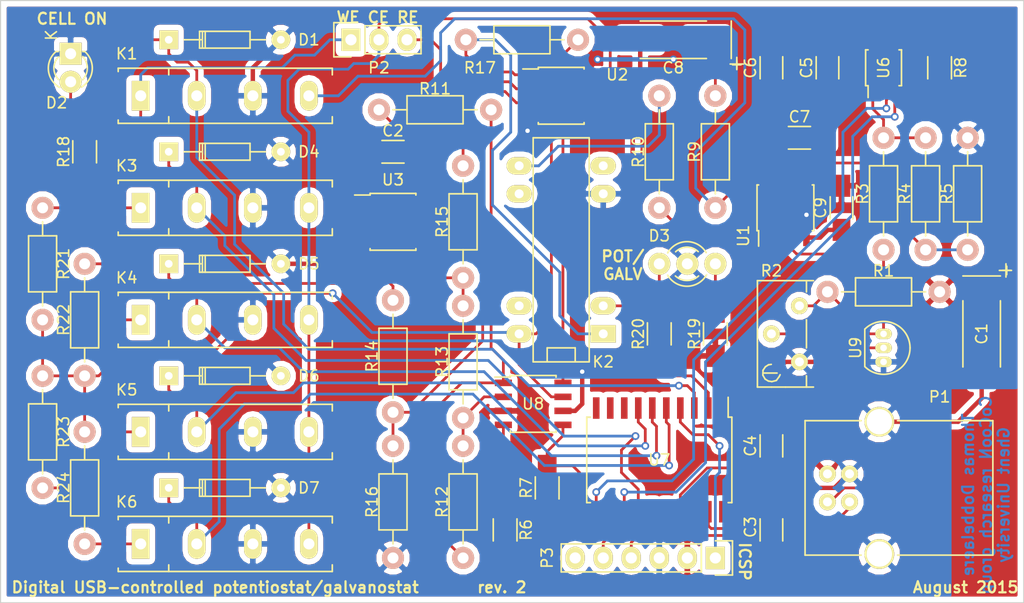
<source format=kicad_pcb>
(kicad_pcb (version 20171130) (host pcbnew "(5.1.12)-1")
  (title_block (title "Digital USB-controlled potentiostat/galvanostat") (date "August 12, 2015") (rev 2) (company "CoCooN research group, Ghent University") (comment 1 "Thomas Dobbelaere"))
  (layers (0 F.Cu signal) (31 B.Cu signal) (34 B.Paste user hide) (35 F.Paste user hide) (36 B.SilkS user hide) (37 F.SilkS user hide) (38 B.Mask user hide) (39 F.Mask user hide) (44 Edge.Cuts user))
  (net 0 "")
  (net 1 GND)
  (net 2 +5V)
  (net 3 "Net-(C4-Pad2)")
  (net 4 /V_REF_2.4V)
  (net 5 "Net-(C7-Pad1)")
  (net 6 "Net-(C7-Pad2)")
  (net 7 "Net-(C8-Pad1)")
  (net 8 /CELL_ON)
  (net 9 "Net-(D2-Pad2)")
  (net 10 "Net-(D3-Pad1)")
  (net 11 "Net-(D3-Pad3)")
  (net 12 /RANGE1)
  (net 13 /RANGE2)
  (net 14 /RANGE3)
  (net 15 /RANGE4)
  (net 16 /WE)
  (net 17 "Net-(K2-Pad1)")
  (net 18 /MODE_SW)
  (net 19 "Net-(K2-Pad8)")
  (net 20 /GALV_SENSE-)
  (net 21 "Net-(K3-Pad1)")
  (net 22 /CE)
  (net 23 "Net-(K4-Pad1)")
  (net 24 "Net-(K5-Pad1)")
  (net 25 "Net-(K6-Pad1)")
  (net 26 /D-)
  (net 27 /D+)
  (net 28 /RE)
  (net 29 /MCLR)
  (net 30 /ICSPDAT)
  (net 31 /ICSPCLK)
  (net 32 "Net-(P3-Pad6)")
  (net 33 "Net-(R1-Pad1)")
  (net 34 "Net-(R2-Pad2)")
  (net 35 "Net-(R4-Pad1)")
  (net 36 /SDA)
  (net 37 /SCL)
  (net 38 "Net-(R8-Pad1)")
  (net 39 "Net-(R11-Pad1)")
  (net 40 "Net-(R11-Pad2)")
  (net 41 "Net-(R12-Pad1)")
  (net 42 "Net-(R13-Pad1)")
  (net 43 "Net-(R14-Pad1)")
  (net 44 "Net-(R15-Pad2)")
  (net 45 /GALV_SENSE+)
  (net 46 "Net-(U6-Pad2)")
  (net 47 "Net-(U7-Pad8)")
  (net 48 "Net-(U7-Pad9)")
  (net 49 "Net-(U7-Pad10)")
  (net 50 "Net-(U7-Pad12)")
  (module Capacitors_Tantalum_SMD:TantalC_SizeC_EIA-6032_HandSoldering (layer F.Cu) (at 157.48 86.36 270)
    (fp_text reference C1 (at 0 0 270) (layer F.SilkS))
    (fp_text value "10 µF")
    (fp_text user + (at -5.75056 -2.19964 270) (layer F.SilkS))
    (pad 2 smd rect (at 2.99974 0 270) (size 3.50012 1.80086) (layers F.Cu F.Paste F.Mask) (net 1 GND))
    (pad 1 smd rect (at -2.99974 0 270) (size 3.50012 1.80086) (layers F.Cu F.Paste F.Mask) (net 2 +5V))
  )
  (module Capacitors_SMD:C_1206_HandSoldering (layer F.Cu) (at 104.14 69.85 180)
    (fp_text reference C2 (at 0 1.905 180) (layer F.SilkS))
    (fp_text value "0.1 µF")
    (pad 1 smd rect (at -2 0 180) (size 2 1.6) (layers F.Cu F.Paste F.Mask) (net 2 +5V))
    (pad 2 smd rect (at 2 0 180) (size 2 1.6) (layers F.Cu F.Paste F.Mask) (net 1 GND))
  )
  (module Capacitors_SMD:C_1206_HandSoldering (layer F.Cu) (at 138.43 104.14 90)
    (fp_text reference C3 (at 0.254 -1.905 90) (layer F.SilkS))
    (fp_text value "0.1 µF")
    (pad 1 smd rect (at -2 0 90) (size 2 1.6) (layers F.Cu F.Paste F.Mask) (net 2 +5V))
    (pad 2 smd rect (at 2 0 90) (size 2 1.6) (layers F.Cu F.Paste F.Mask) (net 1 GND))
  )
  (module Capacitors_SMD:C_1206_HandSoldering (layer F.Cu) (at 138.43 96.52 270)
    (fp_text reference C4 (at 0 1.905 270) (layer F.SilkS))
    (fp_text value "0.1 µF")
    (pad 1 smd rect (at -2 0 270) (size 2 1.6) (layers F.Cu F.Paste F.Mask) (net 1 GND))
    (pad 2 smd rect (at 2 0 270) (size 2 1.6) (layers F.Cu F.Paste F.Mask) (net 3 "Net-(C4-Pad2)"))
  )
  (module Capacitors_SMD:C_1206_HandSoldering (layer F.Cu) (at 143.51 62.23 270)
    (fp_text reference C5 (at 0 1.905 270) (layer F.SilkS))
    (fp_text value "0.1 µF")
    (pad 1 smd rect (at -2 0 270) (size 2 1.6) (layers F.Cu F.Paste F.Mask) (net 1 GND))
    (pad 2 smd rect (at 2 0 270) (size 2 1.6) (layers F.Cu F.Paste F.Mask) (net 4 /V_REF_2.4V))
  )
  (module Capacitors_SMD:C_1206_HandSoldering (layer F.Cu) (at 138.43 62.23 90)
    (fp_text reference C6 (at 0 -1.905 90) (layer F.SilkS))
    (fp_text value "0.1 µF")
    (pad 1 smd rect (at -2 0 90) (size 2 1.6) (layers F.Cu F.Paste F.Mask) (net 2 +5V))
    (pad 2 smd rect (at 2 0 90) (size 2 1.6) (layers F.Cu F.Paste F.Mask) (net 1 GND))
  )
  (module Capacitors_SMD:C_1206_HandSoldering (layer F.Cu) (at 140.97 68.58)
    (fp_text reference C7 (at 0 -1.905) (layer F.SilkS))
    (fp_text value "0.1 µF")
    (pad 1 smd rect (at -2 0) (size 2 1.6) (layers F.Cu F.Paste F.Mask) (net 5 "Net-(C7-Pad1)"))
    (pad 2 smd rect (at 2 0) (size 2 1.6) (layers F.Cu F.Paste F.Mask) (net 6 "Net-(C7-Pad2)"))
  )
  (module Capacitors_Tantalum_SMD:TantalC_SizeC_EIA-6032_HandSoldering (layer F.Cu) (at 129.54 59.69 180)
    (fp_text reference C8 (at 0 -2.54 180) (layer F.SilkS))
    (fp_text value "10 µF")
    (fp_text user + (at -5.75056 -2.19964 180) (layer F.SilkS))
    (pad 2 smd rect (at 2.99974 0 180) (size 3.50012 1.80086) (layers F.Cu F.Paste F.Mask) (net 1 GND))
    (pad 1 smd rect (at -2.99974 0 180) (size 3.50012 1.80086) (layers F.Cu F.Paste F.Mask) (net 7 "Net-(C8-Pad1)"))
  )
  (module Capacitors_SMD:C_1206_HandSoldering (layer F.Cu) (at 144.78 74.93 270)
    (fp_text reference C9 (at 0 1.905 270) (layer F.SilkS))
    (fp_text value "0.1 µF")
    (pad 1 smd rect (at -2 0 270) (size 2 1.6) (layers F.Cu F.Paste F.Mask) (net 2 +5V))
    (pad 2 smd rect (at 2 0 270) (size 2 1.6) (layers F.Cu F.Paste F.Mask) (net 1 GND))
  )
  (module Diodes_ThroughHole:Diode_DO-35_SOD27_Horizontal_RM10 (layer F.Cu) (at 83.82 59.69)
    (fp_text reference D1 (at 12.7 0) (layer F.SilkS))
    (fp_text value 1N4148)
    (pad 2 thru_hole circle (at 10.16052 -0.00254 180) (size 1.69926 1.69926) (drill 0.70104) (layers *.Cu *.Mask F.SilkS) (net 1 GND))
    (pad 1 thru_hole rect (at 0.00052 -0.00254 180) (size 1.69926 1.69926) (drill 0.70104) (layers *.Cu *.Mask F.SilkS) (net 8 /CELL_ON))
  )
  (module LEDs:LED-3MM (layer F.Cu) (at 74.93 60.96 270)
    (fp_text reference D2 (at 4.445 1.27) (layer F.SilkS))
    (fp_text value "CELL ON LED")
    (fp_text user K (at -1.69 1.74 270) (layer F.SilkS))
    (pad 1 thru_hole rect (at 0 0) (size 2 2) (drill 1.00076) (layers *.Cu *.Mask F.SilkS) (net 1 GND))
    (pad 2 thru_hole circle (at 2.54 0 270) (size 2 2) (drill 1.00076) (layers *.Cu *.Mask F.SilkS) (net 9 "Net-(D2-Pad2)"))
  )
  (module my_footprints:DUO-LED-3mm (layer F.Cu) (at 133.35 80.01 180)
    (fp_text reference D3 (at 5.08 2.54 180) (layer F.SilkS))
    (fp_text value "MODE LED")
    (pad 1 thru_hole circle (at 0 0 180) (size 2 2) (drill 1.00076) (layers *.Cu *.Mask F.SilkS) (net 10 "Net-(D3-Pad1)"))
    (pad 2 thru_hole circle (at 2.54 0 180) (size 2 2) (drill 1.00076) (layers *.Cu *.Mask F.SilkS) (net 1 GND))
    (pad 3 thru_hole circle (at 5.08 0 180) (size 2 2) (drill 1.00076) (layers *.Cu *.Mask F.SilkS) (net 11 "Net-(D3-Pad3)"))
  )
  (module Diodes_ThroughHole:Diode_DO-35_SOD27_Horizontal_RM10 (layer F.Cu) (at 83.82 69.85)
    (fp_text reference D4 (at 12.7 0) (layer F.SilkS))
    (fp_text value 1N4148)
    (pad 2 thru_hole circle (at 10.16052 -0.00254 180) (size 1.69926 1.69926) (drill 0.70104) (layers *.Cu *.Mask F.SilkS) (net 1 GND))
    (pad 1 thru_hole rect (at 0.00052 -0.00254 180) (size 1.69926 1.69926) (drill 0.70104) (layers *.Cu *.Mask F.SilkS) (net 12 /RANGE1))
  )
  (module Diodes_ThroughHole:Diode_DO-35_SOD27_Horizontal_RM10 (layer F.Cu) (at 83.82 80.01)
    (fp_text reference D5 (at 12.7 0) (layer F.SilkS))
    (fp_text value 1N4148)
    (pad 2 thru_hole circle (at 10.16052 -0.00254 180) (size 1.69926 1.69926) (drill 0.70104) (layers *.Cu *.Mask F.SilkS) (net 1 GND))
    (pad 1 thru_hole rect (at 0.00052 -0.00254 180) (size 1.69926 1.69926) (drill 0.70104) (layers *.Cu *.Mask F.SilkS) (net 13 /RANGE2))
  )
  (module Diodes_ThroughHole:Diode_DO-35_SOD27_Horizontal_RM10 (layer F.Cu) (at 83.82 90.17)
    (fp_text reference D6 (at 12.7 0) (layer F.SilkS))
    (fp_text value 1N4148)
    (pad 2 thru_hole circle (at 10.16052 -0.00254 180) (size 1.69926 1.69926) (drill 0.70104) (layers *.Cu *.Mask F.SilkS) (net 1 GND))
    (pad 1 thru_hole rect (at 0.00052 -0.00254 180) (size 1.69926 1.69926) (drill 0.70104) (layers *.Cu *.Mask F.SilkS) (net 14 /RANGE3))
  )
  (module Diodes_ThroughHole:Diode_DO-35_SOD27_Horizontal_RM10 (layer F.Cu) (at 83.82 100.33)
    (fp_text reference D7 (at 12.7 0) (layer F.SilkS))
    (fp_text value 1N4148)
    (pad 2 thru_hole circle (at 10.16052 -0.00254 180) (size 1.69926 1.69926) (drill 0.70104) (layers *.Cu *.Mask F.SilkS) (net 1 GND))
    (pad 1 thru_hole rect (at 0.00052 -0.00254 180) (size 1.69926 1.69926) (drill 0.70104) (layers *.Cu *.Mask F.SilkS) (net 15 /RANGE4))
  )
  (module my_footprints:RELAY-9007 (layer F.Cu) (at 91.44 64.77)
    (fp_text reference K1 (at -11.43 -3.81) (layer F.SilkS))
    (fp_text value 9007-05-00)
    (pad 1 thru_hole rect (at -10.16 0 90) (size 2.7 1.6) (drill 1) (layers *.Cu *.Mask F.SilkS) (net 16 /WE))
    (pad 2 thru_hole oval (at -5.08 0 90) (size 2.7 1.6) (drill 1) (layers *.Cu *.Mask F.SilkS) (net 8 /CELL_ON))
    (pad 3 thru_hole oval (at 0 0 90) (size 2.7 1.6) (drill 1) (layers *.Cu *.Mask F.SilkS) (net 1 GND))
    (pad 4 thru_hole oval (at 5.08 0 90) (size 2.7 1.6) (drill 1) (layers *.Cu *.Mask F.SilkS) (net 5 "Net-(C7-Pad1)"))
  )
  (module my_footprints:RELAY-HE700 (layer F.Cu) (at 119.38 78.74 90)
    (fp_text reference K2 (at -10.16 3.81 180) (layer F.SilkS))
    (fp_text value HE721C0510)
    (pad 1 thru_hole rect (at -7.62 3.81 90) (size 1.5748 2.286) (drill 0.8128) (layers *.Cu *.Mask F.SilkS) (net 17 "Net-(K2-Pad1)"))
    (pad 2 thru_hole oval (at -5.08 3.81 90) (size 1.5748 2.286) (drill 0.8128) (layers *.Cu *.Mask F.SilkS) (net 18 /MODE_SW))
    (pad 6 thru_hole oval (at 5.08 3.81 90) (size 1.5748 2.286) (drill 0.8128) (layers *.Cu *.Mask F.SilkS) (net 1 GND))
    (pad 7 thru_hole oval (at 7.62 3.81 90) (size 1.5748 2.286) (drill 0.8128) (layers *.Cu *.Mask F.SilkS))
    (pad 8 thru_hole oval (at 7.62 -3.81 90) (size 1.5748 2.286) (drill 0.8128) (layers *.Cu *.Mask F.SilkS) (net 19 "Net-(K2-Pad8)"))
    (pad 9 thru_hole oval (at 5.08 -3.81 90) (size 1.5748 2.286) (drill 0.8128) (layers *.Cu *.Mask F.SilkS))
    (pad 13 thru_hole oval (at -5.08 -3.81 90) (size 1.5748 2.286) (drill 0.8128) (layers *.Cu *.Mask F.SilkS))
    (pad 14 thru_hole oval (at -7.62 -3.81 90) (size 1.5748 2.286) (drill 0.8128) (layers *.Cu *.Mask F.SilkS) (net 20 /GALV_SENSE-))
  )
  (module my_footprints:RELAY-9007 (layer F.Cu) (at 91.44 74.93)
    (fp_text reference K3 (at -11.43 -3.81) (layer F.SilkS))
    (fp_text value 9007-05-00)
    (pad 1 thru_hole rect (at -10.16 0 90) (size 2.7 1.6) (drill 1) (layers *.Cu *.Mask F.SilkS) (net 21 "Net-(K3-Pad1)"))
    (pad 2 thru_hole oval (at -5.08 0 90) (size 2.7 1.6) (drill 1) (layers *.Cu *.Mask F.SilkS) (net 12 /RANGE1))
    (pad 3 thru_hole oval (at 0 0 90) (size 2.7 1.6) (drill 1) (layers *.Cu *.Mask F.SilkS) (net 1 GND))
    (pad 4 thru_hole oval (at 5.08 0 90) (size 2.7 1.6) (drill 1) (layers *.Cu *.Mask F.SilkS) (net 22 /CE))
  )
  (module my_footprints:RELAY-9007 (layer F.Cu) (at 91.44 85.09)
    (fp_text reference K4 (at -11.43 -3.81) (layer F.SilkS))
    (fp_text value 9007-05-00)
    (pad 1 thru_hole rect (at -10.16 0 90) (size 2.7 1.6) (drill 1) (layers *.Cu *.Mask F.SilkS) (net 23 "Net-(K4-Pad1)"))
    (pad 2 thru_hole oval (at -5.08 0 90) (size 2.7 1.6) (drill 1) (layers *.Cu *.Mask F.SilkS) (net 13 /RANGE2))
    (pad 3 thru_hole oval (at 0 0 90) (size 2.7 1.6) (drill 1) (layers *.Cu *.Mask F.SilkS) (net 1 GND))
    (pad 4 thru_hole oval (at 5.08 0 90) (size 2.7 1.6) (drill 1) (layers *.Cu *.Mask F.SilkS) (net 22 /CE))
  )
  (module my_footprints:RELAY-9007 (layer F.Cu) (at 91.44 95.25)
    (fp_text reference K5 (at -11.43 -3.81) (layer F.SilkS))
    (fp_text value 9007-05-00)
    (pad 1 thru_hole rect (at -10.16 0 90) (size 2.7 1.6) (drill 1) (layers *.Cu *.Mask F.SilkS) (net 24 "Net-(K5-Pad1)"))
    (pad 2 thru_hole oval (at -5.08 0 90) (size 2.7 1.6) (drill 1) (layers *.Cu *.Mask F.SilkS) (net 14 /RANGE3))
    (pad 3 thru_hole oval (at 0 0 90) (size 2.7 1.6) (drill 1) (layers *.Cu *.Mask F.SilkS) (net 1 GND))
    (pad 4 thru_hole oval (at 5.08 0 90) (size 2.7 1.6) (drill 1) (layers *.Cu *.Mask F.SilkS) (net 22 /CE))
  )
  (module my_footprints:RELAY-9007 (layer F.Cu) (at 91.44 105.41)
    (fp_text reference K6 (at -11.43 -3.81) (layer F.SilkS))
    (fp_text value 9007-05-00)
    (pad 1 thru_hole rect (at -10.16 0 90) (size 2.7 1.6) (drill 1) (layers *.Cu *.Mask F.SilkS) (net 25 "Net-(K6-Pad1)"))
    (pad 2 thru_hole oval (at -5.08 0 90) (size 2.7 1.6) (drill 1) (layers *.Cu *.Mask F.SilkS) (net 15 /RANGE4))
    (pad 3 thru_hole oval (at 0 0 90) (size 2.7 1.6) (drill 1) (layers *.Cu *.Mask F.SilkS) (net 1 GND))
    (pad 4 thru_hole oval (at 5.08 0 90) (size 2.7 1.6) (drill 1) (layers *.Cu *.Mask F.SilkS) (net 22 /CE))
  )
  (module Connect:USB_B (layer F.Cu) (at 143.51 99.06)
    (fp_text reference P1 (at 10.16 -6.985 180) (layer F.SilkS))
    (fp_text value USB_B)
    (pad 2 thru_hole circle (at 0 2.54 270) (size 1.524 1.524) (drill 0.8128) (layers *.Cu *.Mask F.SilkS) (net 26 /D-))
    (pad 1 thru_hole circle (at 0 0 270) (size 1.524 1.524) (drill 0.8128) (layers *.Cu *.Mask F.SilkS) (net 2 +5V))
    (pad 4 thru_hole circle (at 1.99898 0 270) (size 1.524 1.524) (drill 0.8128) (layers *.Cu *.Mask F.SilkS) (net 1 GND))
    (pad 3 thru_hole circle (at 1.99898 2.54 270) (size 1.524 1.524) (drill 0.8128) (layers *.Cu *.Mask F.SilkS) (net 27 /D+))
    (pad 5 thru_hole circle (at 4.699 7.26948 270) (size 2.70002 2.70002) (drill 2.30124) (layers *.Cu *.Mask F.SilkS) (net 1 GND))
    (pad 5 thru_hole circle (at 4.699 -4.72948 270) (size 2.70002 2.70002) (drill 2.30124) (layers *.Cu *.Mask F.SilkS) (net 1 GND))
  )
  (module Pin_Headers:Pin_Header_Straight_1x03 (layer F.Cu) (at 100.33 59.69 90)
    (fp_text reference P2 (at -2.54 2.54 180) (layer F.SilkS))
    (fp_text value CELL_CONN)
    (pad 1 thru_hole rect (at 0 0 90) (size 2.032 1.7272) (drill 1.016) (layers *.Cu *.Mask F.SilkS) (net 16 /WE))
    (pad 2 thru_hole oval (at 0 2.54 90) (size 2.032 1.7272) (drill 1.016) (layers *.Cu *.Mask F.SilkS) (net 22 /CE))
    (pad 3 thru_hole oval (at 0 5.08 90) (size 2.032 1.7272) (drill 1.016) (layers *.Cu *.Mask F.SilkS) (net 28 /RE))
  )
  (module Pin_Headers:Pin_Header_Straight_1x06 (layer F.Cu) (at 133.35 106.68 270)
    (fp_text reference P3 (at 0 15.24 270) (layer F.SilkS))
    (fp_text value ICSP_CONN)
    (pad 1 thru_hole rect (at 0 0 270) (size 2.032 1.7272) (drill 1.016) (layers *.Cu *.Mask F.SilkS) (net 29 /MCLR))
    (pad 2 thru_hole oval (at 0 2.54 270) (size 2.032 1.7272) (drill 1.016) (layers *.Cu *.Mask F.SilkS) (net 2 +5V))
    (pad 3 thru_hole oval (at 0 5.08 270) (size 2.032 1.7272) (drill 1.016) (layers *.Cu *.Mask F.SilkS) (net 1 GND))
    (pad 4 thru_hole oval (at 0 7.62 270) (size 2.032 1.7272) (drill 1.016) (layers *.Cu *.Mask F.SilkS) (net 30 /ICSPDAT))
    (pad 5 thru_hole oval (at 0 10.16 270) (size 2.032 1.7272) (drill 1.016) (layers *.Cu *.Mask F.SilkS) (net 31 /ICSPCLK))
    (pad 6 thru_hole oval (at 0 12.7 270) (size 2.032 1.7272) (drill 1.016) (layers *.Cu *.Mask F.SilkS) (net 32 "Net-(P3-Pad6)"))
  )
  (module Resistors_ThroughHole:Resistor_Horizontal_RM10mm (layer F.Cu) (at 148.59 82.55)
    (fp_text reference R1 (at 0 -1.905) (layer F.SilkS))
    (fp_text value 1k)
    (pad 1 thru_hole circle (at -5.08 0) (size 1.99898 1.99898) (drill 1.00076) (layers *.Cu *.SilkS *.Mask) (net 33 "Net-(R1-Pad1)"))
    (pad 2 thru_hole circle (at 5.08 0) (size 1.99898 1.99898) (drill 1.00076) (layers *.Cu *.SilkS *.Mask) (net 2 +5V))
  )
  (module Potentiometers:Potentiometer_Bourns_3296Y_3-8Zoll_Angular_ScrewUp (layer F.Cu) (at 140.97 88.9)
    (fp_text reference R2 (at -2.54 -8.255) (layer F.SilkS))
    (fp_text value 10k)
    (pad 2 thru_hole circle (at -2.54 -2.54) (size 1.524 1.524) (drill 0.8128) (layers *.Cu *.Mask F.SilkS) (net 34 "Net-(R2-Pad2)"))
    (pad 3 thru_hole circle (at 0 -5.08) (size 1.524 1.524) (drill 0.8128) (layers *.Cu *.Mask F.SilkS) (net 33 "Net-(R1-Pad1)"))
    (pad 1 thru_hole circle (at 0 0) (size 1.524 1.524) (drill 0.8128) (layers *.Cu *.Mask F.SilkS) (net 1 GND))
  )
  (module Resistors_ThroughHole:Resistor_Horizontal_RM10mm (layer F.Cu) (at 148.59 73.66 90)
    (fp_text reference R3 (at 0 -1.905 90) (layer F.SilkS))
    (fp_text value "10k 0.1%")
    (pad 1 thru_hole circle (at -5.08 0 90) (size 1.99898 1.99898) (drill 1.00076) (layers *.Cu *.SilkS *.Mask) (net 33 "Net-(R1-Pad1)"))
    (pad 2 thru_hole circle (at 5.08 0 90) (size 1.99898 1.99898) (drill 1.00076) (layers *.Cu *.SilkS *.Mask) (net 4 /V_REF_2.4V))
  )
  (module Resistors_ThroughHole:Resistor_Horizontal_RM10mm (layer F.Cu) (at 152.4 73.66 90)
    (fp_text reference R4 (at 0 -1.905 90) (layer F.SilkS))
    (fp_text value "18k 0.1%")
    (pad 1 thru_hole circle (at -5.08 0 90) (size 1.99898 1.99898) (drill 1.00076) (layers *.Cu *.SilkS *.Mask) (net 35 "Net-(R4-Pad1)"))
    (pad 2 thru_hole circle (at 5.08 0 90) (size 1.99898 1.99898) (drill 1.00076) (layers *.Cu *.SilkS *.Mask) (net 4 /V_REF_2.4V))
  )
  (module Resistors_ThroughHole:Resistor_Horizontal_RM10mm (layer F.Cu) (at 156.21 73.66 270)
    (fp_text reference R5 (at 0 1.905 270) (layer F.SilkS))
    (fp_text value "2k 0.1%")
    (pad 1 thru_hole circle (at -5.08 0 270) (size 1.99898 1.99898) (drill 1.00076) (layers *.Cu *.SilkS *.Mask) (net 1 GND))
    (pad 2 thru_hole circle (at 5.08 0 270) (size 1.99898 1.99898) (drill 1.00076) (layers *.Cu *.SilkS *.Mask) (net 35 "Net-(R4-Pad1)"))
  )
  (module Resistors_SMD:R_1206_HandSoldering (layer F.Cu) (at 114.3 104.14 90)
    (fp_text reference R6 (at 0 1.905 90) (layer F.SilkS))
    (fp_text value 4k7)
    (pad 1 smd rect (at -2 0 90) (size 2 1.7) (layers F.Cu F.Paste F.Mask) (net 2 +5V))
    (pad 2 smd rect (at 2 0 90) (size 2 1.7) (layers F.Cu F.Paste F.Mask) (net 36 /SDA))
  )
  (module Resistors_SMD:R_1206_HandSoldering (layer F.Cu) (at 118.11 100.33 90)
    (fp_text reference R7 (at 0 -1.905 90) (layer F.SilkS))
    (fp_text value 4k7)
    (pad 1 smd rect (at -2 0 90) (size 2 1.7) (layers F.Cu F.Paste F.Mask) (net 2 +5V))
    (pad 2 smd rect (at 2 0 90) (size 2 1.7) (layers F.Cu F.Paste F.Mask) (net 37 /SCL))
  )
  (module Resistors_SMD:R_1206_HandSoldering (layer F.Cu) (at 153.67 62.23 90)
    (fp_text reference R8 (at 0 1.905 90) (layer F.SilkS))
    (fp_text value 100k)
    (pad 1 smd rect (at -2 0 90) (size 2 1.7) (layers F.Cu F.Paste F.Mask) (net 38 "Net-(R8-Pad1)"))
    (pad 2 smd rect (at 2 0 90) (size 2 1.7) (layers F.Cu F.Paste F.Mask) (net 2 +5V))
  )
  (module Resistors_ThroughHole:Resistor_Horizontal_RM10mm (layer F.Cu) (at 133.35 69.85 90)
    (fp_text reference R9 (at 0 -1.905 90) (layer F.SilkS))
    (fp_text value 27)
    (pad 1 thru_hole circle (at -5.08 0 90) (size 1.99898 1.99898) (drill 1.00076) (layers *.Cu *.SilkS *.Mask) (net 5 "Net-(C7-Pad1)"))
    (pad 2 thru_hole circle (at 5.08 0 90) (size 1.99898 1.99898) (drill 1.00076) (layers *.Cu *.SilkS *.Mask) (net 7 "Net-(C8-Pad1)"))
  )
  (module Resistors_ThroughHole:Resistor_Horizontal_RM10mm (layer F.Cu) (at 128.27 69.85 270)
    (fp_text reference R10 (at 0 1.905 270) (layer F.SilkS))
    (fp_text value 100k)
    (pad 1 thru_hole circle (at -5.08 0 270) (size 1.99898 1.99898) (drill 1.00076) (layers *.Cu *.SilkS *.Mask) (net 19 "Net-(K2-Pad8)"))
    (pad 2 thru_hole circle (at 5.08 0 270) (size 1.99898 1.99898) (drill 1.00076) (layers *.Cu *.SilkS *.Mask) (net 6 "Net-(C7-Pad2)"))
  )
  (module Resistors_ThroughHole:Resistor_Horizontal_RM10mm (layer F.Cu) (at 107.95 66.04 180)
    (fp_text reference R11 (at 0 1.905 180) (layer F.SilkS))
    (fp_text value "1k 0.1%")
    (pad 1 thru_hole circle (at -5.08 0 180) (size 1.99898 1.99898) (drill 1.00076) (layers *.Cu *.SilkS *.Mask) (net 39 "Net-(R11-Pad1)"))
    (pad 2 thru_hole circle (at 5.08 0 180) (size 1.99898 1.99898) (drill 1.00076) (layers *.Cu *.SilkS *.Mask) (net 40 "Net-(R11-Pad2)"))
  )
  (module Resistors_ThroughHole:Resistor_Horizontal_RM10mm (layer F.Cu) (at 110.49 101.6 270)
    (fp_text reference R12 (at 0 1.905 270) (layer F.SilkS))
    (fp_text value "1k 0.1%")
    (pad 1 thru_hole circle (at -5.08 0 270) (size 1.99898 1.99898) (drill 1.00076) (layers *.Cu *.SilkS *.Mask) (net 41 "Net-(R12-Pad1)"))
    (pad 2 thru_hole circle (at 5.08 0 270) (size 1.99898 1.99898) (drill 1.00076) (layers *.Cu *.SilkS *.Mask) (net 39 "Net-(R11-Pad1)"))
  )
  (module Resistors_ThroughHole:Resistor_Horizontal_RM10mm (layer F.Cu) (at 110.49 88.9 270)
    (fp_text reference R13 (at 0 1.905 270) (layer F.SilkS))
    (fp_text value "1k 0.1%")
    (pad 1 thru_hole circle (at -5.08 0 270) (size 1.99898 1.99898) (drill 1.00076) (layers *.Cu *.SilkS *.Mask) (net 42 "Net-(R13-Pad1)"))
    (pad 2 thru_hole circle (at 5.08 0 270) (size 1.99898 1.99898) (drill 1.00076) (layers *.Cu *.SilkS *.Mask) (net 41 "Net-(R12-Pad1)"))
  )
  (module Resistors_ThroughHole:Resistor_Horizontal_RM10mm (layer F.Cu) (at 104.14 88.392 90)
    (fp_text reference R14 (at 0 -1.905 90) (layer F.SilkS))
    (fp_text value "200k 0.1%")
    (pad 1 thru_hole circle (at -5.08 0 90) (size 1.99898 1.99898) (drill 1.00076) (layers *.Cu *.SilkS *.Mask) (net 43 "Net-(R14-Pad1)"))
    (pad 2 thru_hole circle (at 5.08 0 90) (size 1.99898 1.99898) (drill 1.00076) (layers *.Cu *.SilkS *.Mask) (net 40 "Net-(R11-Pad2)"))
  )
  (module Resistors_ThroughHole:Resistor_Horizontal_RM10mm (layer F.Cu) (at 110.49 76.2 90)
    (fp_text reference R15 (at 0 -1.905 90) (layer F.SilkS))
    (fp_text value "200k 0.1%")
    (pad 1 thru_hole circle (at -5.08 0 90) (size 1.99898 1.99898) (drill 1.00076) (layers *.Cu *.SilkS *.Mask) (net 42 "Net-(R13-Pad1)"))
    (pad 2 thru_hole circle (at 5.08 0 90) (size 1.99898 1.99898) (drill 1.00076) (layers *.Cu *.SilkS *.Mask) (net 44 "Net-(R15-Pad2)"))
  )
  (module Resistors_ThroughHole:Resistor_Horizontal_RM10mm (layer F.Cu) (at 104.14 101.6 270)
    (fp_text reference R16 (at 0 1.905 270) (layer F.SilkS))
    (fp_text value "100k 0.1%")
    (pad 1 thru_hole circle (at -5.08 0 270) (size 1.99898 1.99898) (drill 1.00076) (layers *.Cu *.SilkS *.Mask) (net 43 "Net-(R14-Pad1)"))
    (pad 2 thru_hole circle (at 5.08 0 270) (size 1.99898 1.99898) (drill 1.00076) (layers *.Cu *.SilkS *.Mask) (net 1 GND))
  )
  (module Resistors_ThroughHole:Resistor_Horizontal_RM10mm (layer F.Cu) (at 115.824 59.69 180)
    (fp_text reference R17 (at 3.81 -2.54 180) (layer F.SilkS))
    (fp_text value "100k 0.1%")
    (pad 1 thru_hole circle (at -5.08 0 180) (size 1.99898 1.99898) (drill 1.00076) (layers *.Cu *.SilkS *.Mask) (net 44 "Net-(R15-Pad2)"))
    (pad 2 thru_hole circle (at 5.08 0 180) (size 1.99898 1.99898) (drill 1.00076) (layers *.Cu *.SilkS *.Mask) (net 17 "Net-(K2-Pad1)"))
  )
  (module Resistors_SMD:R_1206_HandSoldering (layer F.Cu) (at 76.2 69.85 270)
    (fp_text reference R18 (at 0 1.905 270) (layer F.SilkS))
    (fp_text value 1k)
    (pad 1 smd rect (at -2 0 270) (size 2 1.7) (layers F.Cu F.Paste F.Mask) (net 9 "Net-(D2-Pad2)"))
    (pad 2 smd rect (at 2 0 270) (size 2 1.7) (layers F.Cu F.Paste F.Mask) (net 8 /CELL_ON))
  )
  (module Resistors_SMD:R_1206_HandSoldering (layer F.Cu) (at 133.35 86.36 270)
    (fp_text reference R19 (at 0 1.905 270) (layer F.SilkS))
    (fp_text value 1k)
    (pad 1 smd rect (at -2 0 270) (size 2 1.7) (layers F.Cu F.Paste F.Mask) (net 10 "Net-(D3-Pad1)"))
    (pad 2 smd rect (at 2 0 270) (size 2 1.7) (layers F.Cu F.Paste F.Mask) (net 2 +5V))
  )
  (module Resistors_SMD:R_1206_HandSoldering (layer F.Cu) (at 128.27 86.36 270)
    (fp_text reference R20 (at 0 1.905 270) (layer F.SilkS))
    (fp_text value 1k)
    (pad 1 smd rect (at -2 0 270) (size 2 1.7) (layers F.Cu F.Paste F.Mask) (net 11 "Net-(D3-Pad3)"))
    (pad 2 smd rect (at 2 0 270) (size 2 1.7) (layers F.Cu F.Paste F.Mask) (net 18 /MODE_SW))
  )
  (module Resistors_ThroughHole:Resistor_Horizontal_RM10mm (layer F.Cu) (at 72.39 80.01 270)
    (fp_text reference R21 (at 0 -1.905 270) (layer F.SilkS))
    (fp_text value "100R 0.1%")
    (pad 1 thru_hole circle (at -5.08 0 270) (size 1.99898 1.99898) (drill 1.00076) (layers *.Cu *.SilkS *.Mask) (net 21 "Net-(K3-Pad1)"))
    (pad 2 thru_hole circle (at 5.08 0 270) (size 1.99898 1.99898) (drill 1.00076) (layers *.Cu *.SilkS *.Mask) (net 20 /GALV_SENSE-))
  )
  (module Resistors_ThroughHole:Resistor_Horizontal_RM10mm (layer F.Cu) (at 76.2 85.09 270)
    (fp_text reference R22 (at 0 1.905 270) (layer F.SilkS))
    (fp_text value "1k 0.1%")
    (pad 1 thru_hole circle (at -5.08 0 270) (size 1.99898 1.99898) (drill 1.00076) (layers *.Cu *.SilkS *.Mask) (net 23 "Net-(K4-Pad1)"))
    (pad 2 thru_hole circle (at 5.08 0 270) (size 1.99898 1.99898) (drill 1.00076) (layers *.Cu *.SilkS *.Mask) (net 20 /GALV_SENSE-))
  )
  (module Resistors_ThroughHole:Resistor_Horizontal_RM10mm (layer F.Cu) (at 72.39 95.25 90)
    (fp_text reference R23 (at 0 1.905 90) (layer F.SilkS))
    (fp_text value "10k 0.1%")
    (pad 1 thru_hole circle (at -5.08 0 90) (size 1.99898 1.99898) (drill 1.00076) (layers *.Cu *.SilkS *.Mask) (net 24 "Net-(K5-Pad1)"))
    (pad 2 thru_hole circle (at 5.08 0 90) (size 1.99898 1.99898) (drill 1.00076) (layers *.Cu *.SilkS *.Mask) (net 20 /GALV_SENSE-))
  )
  (module Resistors_ThroughHole:Resistor_Horizontal_RM10mm (layer F.Cu) (at 76.2 100.33 90)
    (fp_text reference R24 (at 0 -1.905 90) (layer F.SilkS))
    (fp_text value "100k 0.1%")
    (pad 1 thru_hole circle (at -5.08 0 90) (size 1.99898 1.99898) (drill 1.00076) (layers *.Cu *.SilkS *.Mask) (net 25 "Net-(K6-Pad1)"))
    (pad 2 thru_hole circle (at 5.08 0 90) (size 1.99898 1.99898) (drill 1.00076) (layers *.Cu *.SilkS *.Mask) (net 20 /GALV_SENSE-))
  )
  (module Housings_SOIC:SOIC-8_3.9x4.9mm_Pitch1.27mm (layer F.Cu) (at 139.7 74.93 90)
    (fp_text reference U1 (at -2.54 -3.81 270) (layer F.SilkS))
    (fp_text value AD8629)
    (pad 1 smd rect (at -2.7 -1.905 90) (size 1.55 0.6) (layers F.Cu F.Paste F.Mask) (net 45 /GALV_SENSE+))
    (pad 2 smd rect (at -2.7 -0.635 90) (size 1.55 0.6) (layers F.Cu F.Paste F.Mask) (net 45 /GALV_SENSE+))
    (pad 3 smd rect (at -2.7 0.635 90) (size 1.55 0.6) (layers F.Cu F.Paste F.Mask) (net 35 "Net-(R4-Pad1)"))
    (pad 4 smd rect (at -2.7 1.905 90) (size 1.55 0.6) (layers F.Cu F.Paste F.Mask) (net 1 GND))
    (pad 5 smd rect (at 2.7 1.905 90) (size 1.55 0.6) (layers F.Cu F.Paste F.Mask) (net 38 "Net-(R8-Pad1)"))
    (pad 6 smd rect (at 2.7 0.635 90) (size 1.55 0.6) (layers F.Cu F.Paste F.Mask) (net 6 "Net-(C7-Pad2)"))
    (pad 7 smd rect (at 2.7 -0.635 90) (size 1.55 0.6) (layers F.Cu F.Paste F.Mask) (net 5 "Net-(C7-Pad1)"))
    (pad 8 smd rect (at 2.7 -1.905 90) (size 1.55 0.6) (layers F.Cu F.Paste F.Mask) (net 2 +5V))
  )
  (module Housings_SOIC:SOIC-8_3.9x4.9mm_Pitch1.27mm (layer F.Cu) (at 119.38 64.77)
    (fp_text reference U2 (at 5.08 -1.905) (layer F.SilkS))
    (fp_text value AD8629)
    (pad 1 smd rect (at -2.7 -1.905) (size 1.55 0.6) (layers F.Cu F.Paste F.Mask) (net 17 "Net-(K2-Pad1)"))
    (pad 2 smd rect (at -2.7 -0.635) (size 1.55 0.6) (layers F.Cu F.Paste F.Mask) (net 44 "Net-(R15-Pad2)"))
    (pad 3 smd rect (at -2.7 0.635) (size 1.55 0.6) (layers F.Cu F.Paste F.Mask) (net 43 "Net-(R14-Pad1)"))
    (pad 4 smd rect (at -2.7 1.905) (size 1.55 0.6) (layers F.Cu F.Paste F.Mask) (net 1 GND))
    (pad 5 smd rect (at 2.7 1.905) (size 1.55 0.6) (layers F.Cu F.Paste F.Mask) (net 45 /GALV_SENSE+))
    (pad 6 smd rect (at 2.7 0.635) (size 1.55 0.6) (layers F.Cu F.Paste F.Mask) (net 22 /CE))
    (pad 7 smd rect (at 2.7 -0.635) (size 1.55 0.6) (layers F.Cu F.Paste F.Mask) (net 20 /GALV_SENSE-))
    (pad 8 smd rect (at 2.7 -1.905) (size 1.55 0.6) (layers F.Cu F.Paste F.Mask) (net 2 +5V))
  )
  (module Housings_SOIC:SOIC-8_3.9x4.9mm_Pitch1.27mm (layer F.Cu) (at 104.14 76.2)
    (fp_text reference U3 (at 0 -3.81) (layer F.SilkS))
    (fp_text value AD8629)
    (pad 1 smd rect (at -2.7 -1.905) (size 1.55 0.6) (layers F.Cu F.Paste F.Mask) (net 40 "Net-(R11-Pad2)"))
    (pad 2 smd rect (at -2.7 -0.635) (size 1.55 0.6) (layers F.Cu F.Paste F.Mask) (net 40 "Net-(R11-Pad2)"))
    (pad 3 smd rect (at -2.7 0.635) (size 1.55 0.6) (layers F.Cu F.Paste F.Mask) (net 16 /WE))
    (pad 4 smd rect (at -2.7 1.905) (size 1.55 0.6) (layers F.Cu F.Paste F.Mask) (net 1 GND))
    (pad 5 smd rect (at 2.7 1.905) (size 1.55 0.6) (layers F.Cu F.Paste F.Mask) (net 28 /RE))
    (pad 6 smd rect (at 2.7 0.635) (size 1.55 0.6) (layers F.Cu F.Paste F.Mask) (net 42 "Net-(R13-Pad1)"))
    (pad 7 smd rect (at 2.7 -0.635) (size 1.55 0.6) (layers F.Cu F.Paste F.Mask) (net 42 "Net-(R13-Pad1)"))
    (pad 8 smd rect (at 2.7 -1.905) (size 1.55 0.6) (layers F.Cu F.Paste F.Mask) (net 2 +5V))
  )
  (module Housings_SSOP:TSSOP-8_3x3mm_Pitch0.65mm (layer F.Cu) (at 148.59 62.23 90)
    (fp_text reference U6 (at 0 0 90) (layer F.SilkS))
    (fp_text value MAX5217)
    (pad 1 smd rect (at -2.15 -0.975 90) (size 1.1 0.4) (layers F.Cu F.Paste F.Mask) (net 4 /V_REF_2.4V))
    (pad 2 smd rect (at -2.15 -0.325 90) (size 1.1 0.4) (layers F.Cu F.Paste F.Mask) (net 46 "Net-(U6-Pad2)"))
    (pad 3 smd rect (at -2.15 0.325 90) (size 1.1 0.4) (layers F.Cu F.Paste F.Mask) (net 37 /SCL))
    (pad 4 smd rect (at -2.15 0.975 90) (size 1.1 0.4) (layers F.Cu F.Paste F.Mask) (net 36 /SDA))
    (pad 5 smd rect (at 2.15 0.975 90) (size 1.1 0.4) (layers F.Cu F.Paste F.Mask) (net 2 +5V))
    (pad 6 smd rect (at 2.15 0.325 90) (size 1.1 0.4) (layers F.Cu F.Paste F.Mask) (net 38 "Net-(R8-Pad1)"))
    (pad 7 smd rect (at 2.15 -0.325 90) (size 1.1 0.4) (layers F.Cu F.Paste F.Mask) (net 2 +5V))
    (pad 8 smd rect (at 2.15 -0.975 90) (size 1.1 0.4) (layers F.Cu F.Paste F.Mask) (net 1 GND))
  )
  (module Housings_SOIC:SOIC-20_7.5x12.8mm_Pitch1.27mm (layer F.Cu) (at 128.27 97.79 270)
    (fp_text reference U7 (at 0 0) (layer F.SilkS))
    (fp_text value PIC16F1459)
    (pad 1 smd rect (at -4.7 -5.715 270) (size 1.95 0.6) (layers F.Cu F.Paste F.Mask) (net 2 +5V))
    (pad 2 smd rect (at -4.7 -4.445 270) (size 1.95 0.6) (layers F.Cu F.Paste F.Mask) (net 18 /MODE_SW))
    (pad 3 smd rect (at -4.7 -3.175 270) (size 1.95 0.6) (layers F.Cu F.Paste F.Mask) (net 8 /CELL_ON))
    (pad 4 smd rect (at -4.7 -1.905 270) (size 1.95 0.6) (layers F.Cu F.Paste F.Mask) (net 29 /MCLR))
    (pad 5 smd rect (at -4.7 -0.635 270) (size 1.95 0.6) (layers F.Cu F.Paste F.Mask) (net 15 /RANGE4))
    (pad 6 smd rect (at -4.7 0.635 270) (size 1.95 0.6) (layers F.Cu F.Paste F.Mask) (net 14 /RANGE3))
    (pad 7 smd rect (at -4.7 1.905 270) (size 1.95 0.6) (layers F.Cu F.Paste F.Mask) (net 13 /RANGE2))
    (pad 8 smd rect (at -4.7 3.175 270) (size 1.95 0.6) (layers F.Cu F.Paste F.Mask) (net 47 "Net-(U7-Pad8)"))
    (pad 9 smd rect (at -4.7 4.445 270) (size 1.95 0.6) (layers F.Cu F.Paste F.Mask) (net 48 "Net-(U7-Pad9)"))
    (pad 10 smd rect (at -4.7 5.715 270) (size 1.95 0.6) (layers F.Cu F.Paste F.Mask) (net 49 "Net-(U7-Pad10)"))
    (pad 11 smd rect (at 4.7 5.715 270) (size 1.95 0.6) (layers F.Cu F.Paste F.Mask) (net 37 /SCL))
    (pad 12 smd rect (at 4.7 4.445 270) (size 1.95 0.6) (layers F.Cu F.Paste F.Mask) (net 50 "Net-(U7-Pad12)"))
    (pad 13 smd rect (at 4.7 3.175 270) (size 1.95 0.6) (layers F.Cu F.Paste F.Mask) (net 36 /SDA))
    (pad 14 smd rect (at 4.7 1.905 270) (size 1.95 0.6) (layers F.Cu F.Paste F.Mask) (net 12 /RANGE1))
    (pad 15 smd rect (at 4.7 0.635 270) (size 1.95 0.6) (layers F.Cu F.Paste F.Mask) (net 31 /ICSPCLK))
    (pad 16 smd rect (at 4.7 -0.635 270) (size 1.95 0.6) (layers F.Cu F.Paste F.Mask) (net 30 /ICSPDAT))
    (pad 17 smd rect (at 4.7 -1.905 270) (size 1.95 0.6) (layers F.Cu F.Paste F.Mask) (net 3 "Net-(C4-Pad2)"))
    (pad 18 smd rect (at 4.7 -3.175 270) (size 1.95 0.6) (layers F.Cu F.Paste F.Mask) (net 26 /D-))
    (pad 19 smd rect (at 4.7 -4.445 270) (size 1.95 0.6) (layers F.Cu F.Paste F.Mask) (net 27 /D+))
    (pad 20 smd rect (at 4.7 -5.715 270) (size 1.95 0.6) (layers F.Cu F.Paste F.Mask) (net 1 GND))
  )
  (module Housings_SOIC:SOIC-8_3.9x4.9mm_Pitch1.27mm (layer F.Cu) (at 116.84 92.71)
    (fp_text reference U8 (at 0 0) (layer F.SilkS))
    (fp_text value MCP3422)
    (pad 1 smd rect (at -2.7 -1.905) (size 1.55 0.6) (layers F.Cu F.Paste F.Mask) (net 39 "Net-(R11-Pad1)"))
    (pad 2 smd rect (at -2.7 -0.635) (size 1.55 0.6) (layers F.Cu F.Paste F.Mask) (net 41 "Net-(R12-Pad1)"))
    (pad 3 smd rect (at -2.7 0.635) (size 1.55 0.6) (layers F.Cu F.Paste F.Mask) (net 2 +5V))
    (pad 4 smd rect (at -2.7 1.905) (size 1.55 0.6) (layers F.Cu F.Paste F.Mask) (net 36 /SDA))
    (pad 5 smd rect (at 2.7 1.905) (size 1.55 0.6) (layers F.Cu F.Paste F.Mask) (net 37 /SCL))
    (pad 6 smd rect (at 2.7 0.635) (size 1.55 0.6) (layers F.Cu F.Paste F.Mask) (net 1 GND))
    (pad 7 smd rect (at 2.7 -0.635) (size 1.55 0.6) (layers F.Cu F.Paste F.Mask) (net 20 /GALV_SENSE-))
    (pad 8 smd rect (at 2.7 -1.905) (size 1.55 0.6) (layers F.Cu F.Paste F.Mask) (net 45 /GALV_SENSE+))
  )
  (module Housings_TO-92:TO-92_Inline_Narrow_Oval (layer F.Cu) (at 148.59 86.36 270)
    (fp_text reference U9 (at 1.27 2.54 270) (layer F.SilkS))
    (fp_text value TL431)
    (pad 2 thru_hole oval (at 1.27 0 90) (size 0.95 1.50114) (drill 0.6) (layers *.Cu *.Mask F.SilkS) (net 34 "Net-(R2-Pad2)"))
    (pad 3 thru_hole oval (at 2.54 0 90) (size 0.95 1.50114) (drill 0.6) (layers *.Cu *.Mask F.SilkS) (net 1 GND))
    (pad 1 thru_hole oval (at 0 0 90) (size 0.95 1.50114) (drill 0.6) (layers *.Cu *.Mask F.SilkS) (net 33 "Net-(R1-Pad1)"))
  )
  (gr_text ICSP (at 136.017 105.156 270) (layer F.SilkS) (effects (font (size 1 1) (thickness 0.2)) (justify left)))
  (gr_text "WE CE RE" (at 102.743 57.658) (layer F.SilkS) (effects (font (size 1 1) (thickness 0.2))))
  (gr_text "POT/\nGALV" (at 124.968 80.137) (layer F.SilkS) (effects (font (size 1 1) (thickness 0.2))))
  (gr_text "CELL ON" (at 75.057 57.785) (layer F.SilkS) (effects (font (size 1 1) (thickness 0.2))))
  (gr_text "Digital USB-controlled potentiostat/galvanostat       rev. 2                                              August 2015" (at 69.469 109.347) (layer F.SilkS) (effects (font (size 1 1) (thickness 0.2)) (justify left)))
  (gr_text "Thomas Dobbelaere\nCoCooN research group\nGhent University" (at 157.861 100.965 90) (layer B.Cu) (effects (font (size 1 1) (thickness 0.2)) (justify mirror)))
  (gr_line (start 68.58 110.744) (end 68.58 56.134) (angle 90) (layer Edge.Cuts) (width 0.1))
  (gr_line (start 161.29 110.744) (end 68.58 110.744) (angle 90) (layer Edge.Cuts) (width 0.1))
  (gr_line (start 161.29 56.134) (end 161.29 110.744) (angle 90) (layer Edge.Cuts) (width 0.1))
  (gr_line (start 68.58 56.134) (end 161.29 56.134) (angle 90) (layer Edge.Cuts) (width 0.1))
  (segment (start 93.98052 59.68746) (end 93.98052 59.68948) (width 0.4) (layer F.Cu) (net 1))
  (segment (start 93.98052 59.68948) (end 91.44 62.23) (width 0.4) (layer F.Cu) (net 1))
  (segment (start 91.44 62.23) (end 91.44 64.77) (width 0.4) (layer F.Cu) (net 1))
  (segment (start 141.605 77.63) (end 141.605 75.565) (width 0.4) (layer F.Cu) (net 1))
  (via (at 141.605 75.565) (size 0.7) (drill 0.4) (layers F.Cu B.Cu) (net 1))
  (segment (start 119.54 93.345) (end 120.65 93.345) (width 0.4) (layer F.Cu) (net 1))
  (via (at 121.285 89.789) (size 0.7) (drill 0.4) (layers F.Cu B.Cu) (net 1))
  (segment (start 121.285 92.71) (end 121.285 89.789) (width 0.4) (layer F.Cu) (net 1))
  (segment (start 120.65 93.345) (end 121.285 92.71) (width 0.4) (layer F.Cu) (net 1))
  (segment (start 116.68 66.675) (end 116.68 67.597) (width 0.4) (layer F.Cu) (net 1))
  (segment (start 116.68 67.597) (end 116.332 67.945) (width 0.4) (layer F.Cu) (net 1))
  (via (at 116.332 67.945) (size 0.7) (drill 0.4) (layers F.Cu B.Cu) (net 1))
  (segment (start 102.14 69.85) (end 100.711 69.85) (width 0.4) (layer F.Cu) (net 1))
  (segment (start 100.33 78.105) (end 101.44 78.105) (width 0.4) (layer F.Cu) (net 1))
  (segment (start 99.568 77.343) (end 100.33 78.105) (width 0.4) (layer F.Cu) (net 1))
  (segment (start 99.568 70.993) (end 99.568 77.343) (width 0.4) (layer F.Cu) (net 1))
  (segment (start 100.711 69.85) (end 99.568 70.993) (width 0.4) (layer F.Cu) (net 1))
  (segment (start 123.19 73.66) (end 124.968 73.66) (width 0.4) (layer F.Cu) (net 1))
  (segment (start 126.54026 62.43574) (end 126.54026 59.69) (width 0.4) (layer F.Cu) (net 1))
  (segment (start 125.857 63.119) (end 126.54026 62.43574) (width 0.4) (layer F.Cu) (net 1))
  (segment (start 125.857 72.771) (end 125.857 63.119) (width 0.4) (layer F.Cu) (net 1))
  (segment (start 124.968 73.66) (end 125.857 72.771) (width 0.4) (layer F.Cu) (net 1))
  (segment (start 140.97 88.9) (end 148.59 88.9) (width 0.4) (layer F.Cu) (net 1))
  (segment (start 144.78 76.93) (end 143.542 76.93) (width 0.4) (layer F.Cu) (net 1))
  (segment (start 143.542 76.93) (end 142.842 77.63) (width 0.4) (layer F.Cu) (net 1))
  (segment (start 142.842 77.63) (end 141.605 77.63) (width 0.4) (layer F.Cu) (net 1))
  (segment (start 93.98052 80.00746) (end 100.07854 80.00746) (width 0.4) (layer F.Cu) (net 1))
  (segment (start 101.44 78.646) (end 101.44 78.105) (width 0.4) (layer F.Cu) (net 1))
  (segment (start 100.07854 80.00746) (end 101.44 78.646) (width 0.4) (layer F.Cu) (net 1))
  (segment (start 140.97 88.9) (end 139.7 88.9) (width 0.4) (layer F.Cu) (net 1))
  (segment (start 138.43 90.17) (end 138.43 94.52) (width 0.4) (layer F.Cu) (net 1))
  (segment (start 139.7 88.9) (end 138.43 90.17) (width 0.4) (layer F.Cu) (net 1))
  (segment (start 157.48 89.35974) (end 157.48 92.202) (width 0.4) (layer F.Cu) (net 1))
  (segment (start 155.35148 94.33052) (end 148.209 94.33052) (width 0.4) (layer F.Cu) (net 1))
  (segment (start 157.48 92.202) (end 155.35148 94.33052) (width 0.4) (layer F.Cu) (net 1))
  (segment (start 138.43 60.23) (end 143.51 60.23) (width 0.4) (layer F.Cu) (net 1))
  (segment (start 147.615 60.08) (end 143.66 60.08) (width 0.4) (layer F.Cu) (net 1))
  (segment (start 143.66 60.08) (end 143.51 60.23) (width 0.4) (layer F.Cu) (net 1))
  (segment (start 147.615 61.509) (end 147.615 61.128) (width 0.4) (layer F.Cu) (net 1))
  (segment (start 156.21 68.58) (end 154.305 66.675) (width 0.4) (layer F.Cu) (net 1))
  (segment (start 147.615 61.128) (end 147.615 60.08) (width 0.25) (layer F.Cu) (net 1))
  (segment (start 148.463 62.357) (end 147.615 61.509) (width 0.4) (layer F.Cu) (net 1))
  (segment (start 150.241 62.357) (end 148.463 62.357) (width 0.4) (layer F.Cu) (net 1))
  (segment (start 151.003 63.119) (end 150.241 62.357) (width 0.4) (layer F.Cu) (net 1))
  (segment (start 151.003 65.151) (end 151.003 63.119) (width 0.4) (layer F.Cu) (net 1))
  (segment (start 152.527 66.675) (end 151.003 65.151) (width 0.4) (layer F.Cu) (net 1))
  (segment (start 154.305 66.675) (end 152.527 66.675) (width 0.4) (layer F.Cu) (net 1))
  (segment (start 138.43 102.14) (end 136.493 102.14) (width 0.4) (layer F.Cu) (net 1))
  (segment (start 136.143 102.49) (end 133.985 102.49) (width 0.4) (layer F.Cu) (net 1))
  (segment (start 136.493 102.14) (end 136.143 102.49) (width 0.4) (layer F.Cu) (net 1))
  (segment (start 145.50898 99.06) (end 145.415 99.06) (width 0.4) (layer F.Cu) (net 1))
  (segment (start 145.415 99.06) (end 144.145 100.33) (width 0.4) (layer F.Cu) (net 1))
  (segment (start 144.145 100.33) (end 142.367 100.33) (width 0.4) (layer F.Cu) (net 1))
  (segment (start 142.367 100.33) (end 140.557 102.14) (width 0.4) (layer F.Cu) (net 1))
  (segment (start 140.557 102.14) (end 138.43 102.14) (width 0.4) (layer F.Cu) (net 1))
  (segment (start 122.08 62.865) (end 120.904 62.865) (width 0.4) (layer F.Cu) (net 2))
  (segment (start 138.43 65.659) (end 138.43 64.23) (width 0.4) (layer F.Cu) (net 2))
  (segment (start 137.922 66.167) (end 138.43 65.659) (width 0.4) (layer F.Cu) (net 2))
  (segment (start 135.89 66.167) (end 137.922 66.167) (width 0.4) (layer F.Cu) (net 2))
  (segment (start 134.747 67.31) (end 135.89 66.167) (width 0.4) (layer F.Cu) (net 2))
  (segment (start 131.445 67.31) (end 134.747 67.31) (width 0.4) (layer F.Cu) (net 2))
  (segment (start 130.81 66.675) (end 131.445 67.31) (width 0.4) (layer F.Cu) (net 2))
  (segment (start 130.81 62.738) (end 130.81 66.675) (width 0.4) (layer F.Cu) (net 2))
  (segment (start 129.54 61.468) (end 130.81 62.738) (width 0.4) (layer F.Cu) (net 2))
  (via (at 129.54 61.468) (size 0.7) (drill 0.4) (layers F.Cu B.Cu) (net 2))
  (segment (start 122.682 61.468) (end 129.54 61.468) (width 0.4) (layer B.Cu) (net 2))
  (via (at 122.682 61.468) (size 0.7) (drill 0.4) (layers F.Cu B.Cu) (net 2))
  (segment (start 120.904 61.468) (end 122.682 61.468) (width 0.4) (layer F.Cu) (net 2))
  (segment (start 120.523 61.849) (end 120.904 61.468) (width 0.4) (layer F.Cu) (net 2))
  (segment (start 120.523 62.484) (end 120.523 61.849) (width 0.4) (layer F.Cu) (net 2))
  (segment (start 120.904 62.865) (end 120.523 62.484) (width 0.4) (layer F.Cu) (net 2))
  (segment (start 149.565 60.08) (end 149.565 58.969) (width 0.4) (layer F.Cu) (net 2))
  (segment (start 149.565 58.969) (end 149.606 58.928) (width 0.4) (layer F.Cu) (net 2))
  (segment (start 148.265 60.08) (end 148.265 58.999) (width 0.4) (layer F.Cu) (net 2))
  (segment (start 148.265 58.999) (end 148.336 58.928) (width 0.4) (layer F.Cu) (net 2))
  (segment (start 153.52 60.08) (end 153.67 60.23) (width 0.25) (layer F.Cu) (net 2))
  (segment (start 138.525 106.045) (end 138.43 106.14) (width 0.25) (layer F.Cu) (net 2))
  (segment (start 130.175 102.49) (end 130.175 100.965) (width 0.25) (layer F.Cu) (net 3))
  (segment (start 132.62 98.52) (end 138.43 98.52) (width 0.25) (layer F.Cu) (net 3))
  (segment (start 130.175 100.965) (end 132.62 98.52) (width 0.25) (layer F.Cu) (net 3))
  (segment (start 148.59 68.58) (end 152.4 68.58) (width 0.25) (layer F.Cu) (net 4))
  (segment (start 147.615 64.38) (end 147.615 65.954) (width 0.25) (layer F.Cu) (net 4))
  (segment (start 148.59 66.929) (end 148.59 68.58) (width 0.25) (layer F.Cu) (net 4))
  (segment (start 147.615 65.954) (end 148.59 66.929) (width 0.25) (layer F.Cu) (net 4))
  (segment (start 143.51 64.23) (end 145.256 64.23) (width 0.25) (layer F.Cu) (net 4))
  (segment (start 145.406 64.38) (end 147.615 64.38) (width 0.25) (layer F.Cu) (net 4))
  (segment (start 145.256 64.23) (end 145.406 64.38) (width 0.25) (layer F.Cu) (net 4))
  (segment (start 133.35 74.93) (end 131.572 73.152) (width 0.25) (layer B.Cu) (net 5))
  (segment (start 99.187 64.77) (end 96.52 64.77) (width 0.25) (layer B.Cu) (net 5))
  (segment (start 100.965 62.992) (end 99.187 64.77) (width 0.25) (layer B.Cu) (net 5))
  (segment (start 107.061 62.992) (end 100.965 62.992) (width 0.25) (layer B.Cu) (net 5))
  (segment (start 108.458 61.595) (end 107.061 62.992) (width 0.25) (layer B.Cu) (net 5))
  (segment (start 108.458 59.055) (end 108.458 61.595) (width 0.25) (layer B.Cu) (net 5))
  (segment (start 109.728 57.785) (end 108.458 59.055) (width 0.25) (layer B.Cu) (net 5))
  (segment (start 135.001 57.785) (end 109.728 57.785) (width 0.25) (layer B.Cu) (net 5))
  (segment (start 136.017 58.801) (end 135.001 57.785) (width 0.25) (layer B.Cu) (net 5))
  (segment (start 136.017 65.405) (end 136.017 58.801) (width 0.25) (layer B.Cu) (net 5))
  (segment (start 131.572 69.85) (end 136.017 65.405) (width 0.25) (layer B.Cu) (net 5))
  (segment (start 131.572 73.152) (end 131.572 69.85) (width 0.25) (layer B.Cu) (net 5))
  (segment (start 138.97 68.58) (end 138.97 70.39) (width 0.25) (layer F.Cu) (net 5))
  (segment (start 139.065 70.485) (end 139.065 72.23) (width 0.25) (layer F.Cu) (net 5))
  (segment (start 138.97 70.39) (end 139.065 70.485) (width 0.25) (layer F.Cu) (net 5))
  (segment (start 133.35 74.93) (end 134.366 73.914) (width 0.25) (layer F.Cu) (net 5))
  (segment (start 139.065 73.279) (end 139.065 72.23) (width 0.25) (layer F.Cu) (net 5))
  (segment (start 138.684 73.66) (end 139.065 73.279) (width 0.25) (layer F.Cu) (net 5))
  (segment (start 134.62 73.66) (end 138.684 73.66) (width 0.25) (layer F.Cu) (net 5))
  (segment (start 134.366 73.914) (end 134.62 73.66) (width 0.25) (layer F.Cu) (net 5))
  (segment (start 140.335 72.23) (end 140.335 70.993) (width 0.25) (layer F.Cu) (net 6))
  (segment (start 142.97 69.755) (end 142.97 68.58) (width 0.25) (layer F.Cu) (net 6))
  (segment (start 142.494 70.231) (end 142.97 69.755) (width 0.25) (layer F.Cu) (net 6))
  (segment (start 141.097 70.231) (end 142.494 70.231) (width 0.25) (layer F.Cu) (net 6))
  (segment (start 140.335 70.993) (end 141.097 70.231) (width 0.25) (layer F.Cu) (net 6))
  (segment (start 128.27 74.93) (end 129.921 76.581) (width 0.25) (layer F.Cu) (net 6))
  (segment (start 140.335 73.279) (end 140.335 72.23) (width 0.25) (layer F.Cu) (net 6))
  (segment (start 139.065 74.549) (end 140.335 73.279) (width 0.25) (layer F.Cu) (net 6))
  (segment (start 136.525 74.549) (end 139.065 74.549) (width 0.25) (layer F.Cu) (net 6))
  (segment (start 134.493 76.581) (end 136.525 74.549) (width 0.25) (layer F.Cu) (net 6))
  (segment (start 129.921 76.581) (end 134.493 76.581) (width 0.25) (layer F.Cu) (net 6))
  (segment (start 133.35 64.77) (end 133.35 60.50026) (width 0.25) (layer F.Cu) (net 7))
  (segment (start 133.35 60.50026) (end 132.53974 59.69) (width 0.25) (layer F.Cu) (net 7))
  (segment (start 86.36 64.77) (end 86.36 70.358) (width 0.25) (layer B.Cu) (net 8))
  (segment (start 131.445 91.694) (end 131.445 93.09) (width 0.25) (layer F.Cu) (net 8))
  (segment (start 130.81 91.059) (end 131.445 91.694) (width 0.25) (layer F.Cu) (net 8))
  (segment (start 130.048 91.059) (end 130.81 91.059) (width 0.25) (layer F.Cu) (net 8))
  (via (at 130.048 91.059) (size 0.7) (drill 0.4) (layers F.Cu B.Cu) (net 8))
  (segment (start 116.459 91.059) (end 130.048 91.059) (width 0.25) (layer B.Cu) (net 8))
  (segment (start 113.157 87.757) (end 116.459 91.059) (width 0.25) (layer B.Cu) (net 8))
  (segment (start 96.52 87.757) (end 113.157 87.757) (width 0.25) (layer B.Cu) (net 8))
  (segment (start 94.234 85.471) (end 96.52 87.757) (width 0.25) (layer B.Cu) (net 8))
  (segment (start 94.234 82.677) (end 94.234 85.471) (width 0.25) (layer B.Cu) (net 8))
  (segment (start 89.789 78.232) (end 94.234 82.677) (width 0.25) (layer B.Cu) (net 8))
  (segment (start 89.789 73.787) (end 89.789 78.232) (width 0.25) (layer B.Cu) (net 8))
  (segment (start 86.36 70.358) (end 89.789 73.787) (width 0.25) (layer B.Cu) (net 8))
  (segment (start 76.2 71.85) (end 77.375 71.85) (width 0.25) (layer F.Cu) (net 8))
  (segment (start 79.75854 59.68746) (end 83.82052 59.68746) (width 0.25) (layer F.Cu) (net 8))
  (segment (start 78.486 60.96) (end 79.75854 59.68746) (width 0.25) (layer F.Cu) (net 8))
  (segment (start 78.486 70.739) (end 78.486 60.96) (width 0.25) (layer F.Cu) (net 8))
  (segment (start 77.375 71.85) (end 78.486 70.739) (width 0.25) (layer F.Cu) (net 8))
  (segment (start 86.36 64.77) (end 86.36 65.532) (width 0.25) (layer F.Cu) (net 8))
  (segment (start 83.82052 59.68746) (end 83.82052 60.96052) (width 0.25) (layer F.Cu) (net 8))
  (segment (start 83.82052 60.96052) (end 84.582 61.722) (width 0.25) (layer F.Cu) (net 8))
  (segment (start 84.582 61.722) (end 85.598 61.722) (width 0.25) (layer F.Cu) (net 8))
  (segment (start 85.598 61.722) (end 86.36 62.484) (width 0.25) (layer F.Cu) (net 8))
  (segment (start 86.36 62.484) (end 86.36 64.77) (width 0.25) (layer F.Cu) (net 8))
  (segment (start 74.93 63.5) (end 74.93 65.024) (width 0.25) (layer F.Cu) (net 9))
  (segment (start 76.2 66.294) (end 76.2 67.85) (width 0.25) (layer F.Cu) (net 9))
  (segment (start 74.93 65.024) (end 76.2 66.294) (width 0.25) (layer F.Cu) (net 9))
  (segment (start 133.35 84.36) (end 133.35 80.01) (width 0.25) (layer F.Cu) (net 10))
  (segment (start 128.27 84.36) (end 128.27 80.01) (width 0.25) (layer F.Cu) (net 11))
  (segment (start 126.111 95.631) (end 119.634 95.631) (width 0.25) (layer B.Cu) (net 12))
  (segment (start 86.36 74.93) (end 88.9 77.47) (width 0.25) (layer B.Cu) (net 12))
  (segment (start 88.9 78.359) (end 88.9 77.47) (width 0.25) (layer B.Cu) (net 12))
  (segment (start 93.345 82.804) (end 88.9 78.359) (width 0.25) (layer B.Cu) (net 12))
  (segment (start 93.345 85.852) (end 93.345 82.804) (width 0.25) (layer B.Cu) (net 12))
  (via (at 126.111 95.631) (size 0.7) (drill 0.4) (layers F.Cu B.Cu) (net 12))
  (segment (start 124.841 96.901) (end 126.111 95.631) (width 0.25) (layer F.Cu) (net 12))
  (segment (start 124.841 98.933) (end 124.841 96.901) (width 0.25) (layer F.Cu) (net 12))
  (segment (start 126.365 100.457) (end 124.841 98.933) (width 0.25) (layer F.Cu) (net 12))
  (segment (start 126.365 100.457) (end 126.365 102.49) (width 0.25) (layer F.Cu) (net 12))
  (segment (start 96.266 88.773) (end 93.345 85.852) (width 0.25) (layer B.Cu) (net 12))
  (segment (start 112.776 88.773) (end 96.266 88.773) (width 0.25) (layer B.Cu) (net 12))
  (segment (start 119.634 95.631) (end 112.776 88.773) (width 0.25) (layer B.Cu) (net 12))
  (segment (start 86.36 72.644) (end 86.36 74.93) (width 0.25) (layer F.Cu) (net 12))
  (segment (start 83.82052 69.84746) (end 83.82052 71.12052) (width 0.25) (layer F.Cu) (net 12))
  (segment (start 85.598 71.882) (end 86.36 72.644) (width 0.25) (layer F.Cu) (net 12))
  (segment (start 84.582 71.882) (end 85.598 71.882) (width 0.25) (layer F.Cu) (net 12))
  (segment (start 83.82052 71.12052) (end 84.582 71.882) (width 0.25) (layer F.Cu) (net 12))
  (segment (start 86.36 85.09) (end 88.9 87.63) (width 0.25) (layer B.Cu) (net 13))
  (segment (start 126.365 94.361) (end 126.365 93.09) (width 0.25) (layer F.Cu) (net 13))
  (segment (start 127 94.996) (end 126.365 94.361) (width 0.25) (layer F.Cu) (net 13))
  (segment (start 127 96.52) (end 127 94.996) (width 0.25) (layer F.Cu) (net 13))
  (via (at 127 96.52) (size 0.7) (drill 0.4) (layers F.Cu B.Cu) (net 13))
  (segment (start 119.126 96.52) (end 127 96.52) (width 0.25) (layer B.Cu) (net 13))
  (segment (start 112.395 89.789) (end 119.126 96.52) (width 0.25) (layer B.Cu) (net 13))
  (segment (start 96.012 89.789) (end 112.395 89.789) (width 0.25) (layer B.Cu) (net 13))
  (segment (start 93.853 87.63) (end 96.012 89.789) (width 0.25) (layer B.Cu) (net 13))
  (segment (start 88.9 87.63) (end 93.853 87.63) (width 0.25) (layer B.Cu) (net 13))
  (segment (start 83.82052 80.00746) (end 83.82052 81.28052) (width 0.25) (layer F.Cu) (net 13))
  (segment (start 86.36 82.804) (end 86.36 85.09) (width 0.25) (layer F.Cu) (net 13))
  (segment (start 85.598 82.042) (end 86.36 82.804) (width 0.25) (layer F.Cu) (net 13))
  (segment (start 84.582 82.042) (end 85.598 82.042) (width 0.25) (layer F.Cu) (net 13))
  (segment (start 83.82052 81.28052) (end 84.582 82.042) (width 0.25) (layer F.Cu) (net 13))
  (segment (start 128.016 97.409) (end 128.016 94.742) (width 0.25) (layer F.Cu) (net 14))
  (segment (start 127.635 94.361) (end 127.635 93.09) (width 0.25) (layer F.Cu) (net 14))
  (segment (start 128.016 94.742) (end 127.635 94.361) (width 0.25) (layer F.Cu) (net 14))
  (segment (start 128.016 97.409) (end 118.491 97.409) (width 0.25) (layer B.Cu) (net 14))
  (segment (start 89.916 91.694) (end 95.123 91.694) (width 0.25) (layer B.Cu) (net 14))
  (segment (start 95.123 91.694) (end 96.012 90.805) (width 0.25) (layer B.Cu) (net 14))
  (segment (start 96.012 90.805) (end 111.887 90.805) (width 0.25) (layer B.Cu) (net 14))
  (via (at 128.016 97.409) (size 0.7) (drill 0.4) (layers F.Cu B.Cu) (net 14))
  (segment (start 128.143 97.282) (end 128.016 97.409) (width 0.25) (layer F.Cu) (net 14))
  (segment (start 89.916 91.694) (end 86.36 95.25) (width 0.25) (layer B.Cu) (net 14))
  (segment (start 118.491 97.409) (end 111.887 90.805) (width 0.25) (layer B.Cu) (net 14))
  (segment (start 83.82052 90.16746) (end 83.82052 91.44052) (width 0.25) (layer F.Cu) (net 14))
  (segment (start 86.36 92.964) (end 86.36 95.25) (width 0.25) (layer F.Cu) (net 14))
  (segment (start 85.598 92.202) (end 86.36 92.964) (width 0.25) (layer F.Cu) (net 14))
  (segment (start 84.582 92.202) (end 85.598 92.202) (width 0.25) (layer F.Cu) (net 14))
  (segment (start 83.82052 91.44052) (end 84.582 92.202) (width 0.25) (layer F.Cu) (net 14))
  (segment (start 129.159 98.298) (end 117.856 98.298) (width 0.25) (layer B.Cu) (net 15))
  (segment (start 86.36 105.41) (end 88.392 103.378) (width 0.25) (layer B.Cu) (net 15))
  (segment (start 128.905 94.361) (end 128.905 93.09) (width 0.25) (layer F.Cu) (net 15))
  (segment (start 129.159 94.615) (end 128.905 94.361) (width 0.25) (layer F.Cu) (net 15))
  (segment (start 129.159 98.298) (end 129.159 94.615) (width 0.25) (layer F.Cu) (net 15))
  (via (at 129.159 98.298) (size 0.7) (drill 0.4) (layers F.Cu B.Cu) (net 15))
  (segment (start 96.647 91.821) (end 111.379 91.821) (width 0.25) (layer B.Cu) (net 15))
  (segment (start 95.758 92.71) (end 96.647 91.821) (width 0.25) (layer B.Cu) (net 15))
  (segment (start 90.678 92.71) (end 95.758 92.71) (width 0.25) (layer B.Cu) (net 15))
  (segment (start 88.392 94.996) (end 90.678 92.71) (width 0.25) (layer B.Cu) (net 15))
  (segment (start 88.392 103.378) (end 88.392 94.996) (width 0.25) (layer B.Cu) (net 15))
  (segment (start 117.856 98.298) (end 111.379 91.821) (width 0.25) (layer B.Cu) (net 15))
  (segment (start 83.82052 100.32746) (end 83.82052 101.60052) (width 0.25) (layer F.Cu) (net 15))
  (segment (start 86.36 103.124) (end 86.36 105.41) (width 0.25) (layer F.Cu) (net 15))
  (segment (start 85.598 102.362) (end 86.36 103.124) (width 0.25) (layer F.Cu) (net 15))
  (segment (start 84.582 102.362) (end 85.598 102.362) (width 0.25) (layer F.Cu) (net 15))
  (segment (start 83.82052 101.60052) (end 84.582 102.362) (width 0.25) (layer F.Cu) (net 15))
  (segment (start 101.346 81.788) (end 102.87 80.264) (width 0.25) (layer F.Cu) (net 16))
  (segment (start 81.28 66.802) (end 82.042 67.564) (width 0.25) (layer F.Cu) (net 16))
  (segment (start 82.042 67.564) (end 82.042 71.628) (width 0.25) (layer F.Cu) (net 16))
  (segment (start 82.042 71.628) (end 84.074 73.66) (width 0.25) (layer F.Cu) (net 16))
  (segment (start 84.074 73.66) (end 84.074 76.454) (width 0.25) (layer F.Cu) (net 16))
  (segment (start 84.074 76.454) (end 89.408 81.788) (width 0.25) (layer F.Cu) (net 16))
  (segment (start 89.408 81.788) (end 101.346 81.788) (width 0.25) (layer F.Cu) (net 16))
  (segment (start 81.28 64.77) (end 81.28 66.802) (width 0.25) (layer F.Cu) (net 16))
  (segment (start 102.616 76.835) (end 101.44 76.835) (width 0.25) (layer F.Cu) (net 16))
  (segment (start 102.87 77.089) (end 102.616 76.835) (width 0.25) (layer F.Cu) (net 16))
  (segment (start 102.87 80.264) (end 102.87 77.089) (width 0.25) (layer F.Cu) (net 16))
  (segment (start 81.28 64.77) (end 81.28 62.865) (width 0.25) (layer B.Cu) (net 16))
  (segment (start 98.425 59.69) (end 100.33 59.69) (width 0.25) (layer B.Cu) (net 16))
  (segment (start 97.028 61.087) (end 98.425 59.69) (width 0.25) (layer B.Cu) (net 16))
  (segment (start 95.25 61.087) (end 97.028 61.087) (width 0.25) (layer B.Cu) (net 16))
  (segment (start 94.107 62.23) (end 95.25 61.087) (width 0.25) (layer B.Cu) (net 16))
  (segment (start 81.915 62.23) (end 94.107 62.23) (width 0.25) (layer B.Cu) (net 16))
  (segment (start 81.28 62.865) (end 81.915 62.23) (width 0.25) (layer B.Cu) (net 16))
  (segment (start 110.744 59.69) (end 113.411 59.69) (width 0.25) (layer B.Cu) (net 17))
  (segment (start 119.253 84.709) (end 120.904 86.36) (width 0.25) (layer B.Cu) (net 17))
  (segment (start 119.253 80.772) (end 119.253 84.709) (width 0.25) (layer B.Cu) (net 17))
  (segment (start 113.157 74.676) (end 119.253 80.772) (width 0.25) (layer B.Cu) (net 17))
  (segment (start 113.157 69.723) (end 113.157 74.676) (width 0.25) (layer B.Cu) (net 17))
  (segment (start 114.808 68.072) (end 113.157 69.723) (width 0.25) (layer B.Cu) (net 17))
  (segment (start 114.808 61.087) (end 114.808 68.072) (width 0.25) (layer B.Cu) (net 17))
  (segment (start 113.411 59.69) (end 114.808 61.087) (width 0.25) (layer B.Cu) (net 17))
  (segment (start 120.904 86.36) (end 123.19 86.36) (width 0.25) (layer B.Cu) (net 17))
  (segment (start 110.744 59.69) (end 110.744 61.087) (width 0.25) (layer F.Cu) (net 17))
  (segment (start 115.189 62.865) (end 116.68 62.865) (width 0.25) (layer F.Cu) (net 17))
  (segment (start 114.935 62.611) (end 115.189 62.865) (width 0.25) (layer F.Cu) (net 17))
  (segment (start 112.268 62.611) (end 114.935 62.611) (width 0.25) (layer F.Cu) (net 17))
  (segment (start 110.744 61.087) (end 112.268 62.611) (width 0.25) (layer F.Cu) (net 17))
  (segment (start 128.27 88.36) (end 126.968 88.36) (width 0.25) (layer F.Cu) (net 18))
  (segment (start 125.476 83.82) (end 123.19 83.82) (width 0.25) (layer F.Cu) (net 18))
  (segment (start 126.111 84.455) (end 125.476 83.82) (width 0.25) (layer F.Cu) (net 18))
  (segment (start 126.111 87.503) (end 126.111 84.455) (width 0.25) (layer F.Cu) (net 18))
  (segment (start 126.968 88.36) (end 126.111 87.503) (width 0.25) (layer F.Cu) (net 18))
  (segment (start 128.27 88.36) (end 128.27 89.789) (width 0.25) (layer F.Cu) (net 18))
  (segment (start 132.715 91.694) (end 132.715 93.09) (width 0.25) (layer F.Cu) (net 18))
  (segment (start 131.191 90.17) (end 132.715 91.694) (width 0.25) (layer F.Cu) (net 18))
  (segment (start 128.651 90.17) (end 131.191 90.17) (width 0.25) (layer F.Cu) (net 18))
  (segment (start 128.27 89.789) (end 128.651 90.17) (width 0.25) (layer F.Cu) (net 18))
  (segment (start 115.57 71.12) (end 117.348 71.12) (width 0.25) (layer B.Cu) (net 19))
  (segment (start 128.27 68.326) (end 128.27 64.77) (width 0.25) (layer B.Cu) (net 19))
  (segment (start 127.254 69.342) (end 128.27 68.326) (width 0.25) (layer B.Cu) (net 19))
  (segment (start 119.126 69.342) (end 127.254 69.342) (width 0.25) (layer B.Cu) (net 19))
  (segment (start 117.348 71.12) (end 119.126 69.342) (width 0.25) (layer B.Cu) (net 19))
  (segment (start 122.08 64.135) (end 121.031 64.135) (width 0.25) (layer F.Cu) (net 20))
  (segment (start 117.094 86.36) (end 115.57 86.36) (width 0.25) (layer F.Cu) (net 20))
  (segment (start 118.491 84.963) (end 118.491 68.199) (width 0.25) (layer F.Cu) (net 20))
  (segment (start 117.094 86.36) (end 118.491 84.963) (width 0.25) (layer F.Cu) (net 20))
  (segment (start 118.491 66.675) (end 118.491 68.199) (width 0.25) (layer F.Cu) (net 20))
  (segment (start 121.031 64.135) (end 118.491 66.675) (width 0.25) (layer F.Cu) (net 20))
  (segment (start 115.57 86.36) (end 114.554 86.36) (width 0.25) (layer B.Cu) (net 20))
  (segment (start 114.554 86.36) (end 114.427 86.233) (width 0.25) (layer B.Cu) (net 20))
  (segment (start 77.47 90.17) (end 76.2 90.17) (width 0.25) (layer F.Cu) (net 20))
  (segment (start 79.502 88.138) (end 77.47 90.17) (width 0.25) (layer F.Cu) (net 20))
  (segment (start 87.757 88.138) (end 79.502 88.138) (width 0.25) (layer F.Cu) (net 20))
  (segment (start 89.154 86.741) (end 87.757 88.138) (width 0.25) (layer F.Cu) (net 20))
  (segment (start 89.154 83.947) (end 89.154 86.741) (width 0.25) (layer F.Cu) (net 20))
  (segment (start 90.424 82.677) (end 89.154 83.947) (width 0.25) (layer F.Cu) (net 20))
  (segment (start 98.679 82.677) (end 90.424 82.677) (width 0.25) (layer F.Cu) (net 20))
  (via (at 98.679 82.677) (size 0.7) (drill 0.4) (layers F.Cu B.Cu) (net 20))
  (segment (start 102.235 86.233) (end 98.679 82.677) (width 0.25) (layer B.Cu) (net 20))
  (segment (start 114.427 86.233) (end 102.235 86.233) (width 0.25) (layer B.Cu) (net 20))
  (segment (start 72.39 85.09) (end 72.39 90.17) (width 0.25) (layer F.Cu) (net 20))
  (segment (start 72.39 90.17) (end 76.2 90.17) (width 0.25) (layer F.Cu) (net 20))
  (segment (start 76.2 90.17) (end 76.2 95.25) (width 0.25) (layer F.Cu) (net 20))
  (segment (start 119.54 92.075) (end 118.491 92.075) (width 0.25) (layer F.Cu) (net 20))
  (segment (start 115.57 89.154) (end 115.57 86.36) (width 0.25) (layer F.Cu) (net 20))
  (segment (start 118.491 92.075) (end 115.57 89.154) (width 0.25) (layer F.Cu) (net 20))
  (segment (start 72.39 74.93) (end 81.28 74.93) (width 0.25) (layer F.Cu) (net 21))
  (segment (start 96.52 74.93) (end 96.52 68.072) (width 0.25) (layer B.Cu) (net 22))
  (segment (start 102.87 61.087) (end 102.108 61.849) (width 0.25) (layer B.Cu) (net 22))
  (segment (start 102.108 61.849) (end 100.584 61.849) (width 0.25) (layer B.Cu) (net 22))
  (segment (start 100.584 61.849) (end 100.076 62.357) (width 0.25) (layer B.Cu) (net 22))
  (segment (start 100.076 62.357) (end 95.631 62.357) (width 0.25) (layer B.Cu) (net 22))
  (segment (start 95.631 62.357) (end 94.615 63.373) (width 0.25) (layer B.Cu) (net 22))
  (segment (start 94.615 63.373) (end 94.615 66.167) (width 0.25) (layer B.Cu) (net 22))
  (segment (start 94.615 66.167) (end 96.52 68.072) (width 0.25) (layer B.Cu) (net 22))
  (segment (start 102.87 61.087) (end 102.87 59.69) (width 0.25) (layer B.Cu) (net 22))
  (segment (start 96.52 85.09) (end 96.52 74.93) (width 0.25) (layer B.Cu) (net 22))
  (segment (start 122.08 65.405) (end 123.19 65.405) (width 0.25) (layer F.Cu) (net 22))
  (segment (start 102.87 58.293) (end 103.378 57.785) (width 0.25) (layer F.Cu) (net 22))
  (segment (start 103.378 57.785) (end 121.793 57.785) (width 0.25) (layer F.Cu) (net 22))
  (segment (start 121.793 57.785) (end 122.809 58.801) (width 0.25) (layer F.Cu) (net 22))
  (segment (start 102.87 58.293) (end 102.87 59.69) (width 0.25) (layer F.Cu) (net 22))
  (segment (start 123.825 59.817) (end 122.809 58.801) (width 0.25) (layer F.Cu) (net 22))
  (segment (start 123.825 64.77) (end 123.825 59.817) (width 0.25) (layer F.Cu) (net 22))
  (segment (start 123.19 65.405) (end 123.825 64.77) (width 0.25) (layer F.Cu) (net 22))
  (segment (start 96.52 95.25) (end 96.52 105.41) (width 0.25) (layer F.Cu) (net 22))
  (segment (start 96.52 85.09) (end 96.52 95.25) (width 0.25) (layer F.Cu) (net 22))
  (segment (start 76.2 80.01) (end 77.724 80.01) (width 0.25) (layer F.Cu) (net 23))
  (segment (start 79.883 85.09) (end 81.28 85.09) (width 0.25) (layer F.Cu) (net 23))
  (segment (start 78.867 84.074) (end 79.883 85.09) (width 0.25) (layer F.Cu) (net 23))
  (segment (start 78.867 81.153) (end 78.867 84.074) (width 0.25) (layer F.Cu) (net 23))
  (segment (start 77.724 80.01) (end 78.867 81.153) (width 0.25) (layer F.Cu) (net 23))
  (segment (start 72.39 100.33) (end 74.549 100.33) (width 0.25) (layer F.Cu) (net 24))
  (segment (start 79.629 95.25) (end 81.28 95.25) (width 0.25) (layer F.Cu) (net 24))
  (segment (start 74.549 100.33) (end 79.629 95.25) (width 0.25) (layer F.Cu) (net 24))
  (segment (start 81.28 105.41) (end 76.2 105.41) (width 0.25) (layer F.Cu) (net 25))
  (segment (start 143.51 101.6) (end 143.51 101.473) (width 0.25) (layer F.Cu) (net 26))
  (segment (start 143.7005 101.6635) (end 145.034 100.33) (width 0.25) (layer F.Cu) (net 26))
  (segment (start 145.034 100.33) (end 146.431 100.33) (width 0.25) (layer F.Cu) (net 26))
  (segment (start 146.431 100.33) (end 146.939 100.838) (width 0.25) (layer F.Cu) (net 26))
  (segment (start 146.939 100.838) (end 146.939 102.235) (width 0.25) (layer F.Cu) (net 26))
  (segment (start 146.939 102.235) (end 144.399 104.775) (width 0.25) (layer F.Cu) (net 26))
  (segment (start 144.399 104.775) (end 141.097 104.775) (width 0.25) (layer F.Cu) (net 26))
  (segment (start 141.097 104.775) (end 140.843 104.521) (width 0.25) (layer F.Cu) (net 26))
  (segment (start 140.843 104.521) (end 135.509 104.521) (width 0.25) (layer F.Cu) (net 26))
  (segment (start 135.509 104.521) (end 135.382 104.648) (width 0.25) (layer F.Cu) (net 26))
  (segment (start 135.382 104.648) (end 132.08 104.648) (width 0.25) (layer F.Cu) (net 26))
  (segment (start 132.08 104.648) (end 131.445 104.013) (width 0.25) (layer F.Cu) (net 26))
  (segment (start 131.445 104.013) (end 131.445 102.49) (width 0.25) (layer F.Cu) (net 26))
  (segment (start 132.969 104.013) (end 135.128 104.013) (width 0.25) (layer F.Cu) (net 27))
  (segment (start 132.715 103.759) (end 132.969 104.013) (width 0.25) (layer F.Cu) (net 27))
  (segment (start 132.715 102.49) (end 132.715 103.759) (width 0.25) (layer F.Cu) (net 27))
  (segment (start 143.891 103.759) (end 145.50898 102.14102) (width 0.25) (layer F.Cu) (net 27))
  (segment (start 135.382 103.759) (end 143.891 103.759) (width 0.25) (layer F.Cu) (net 27))
  (segment (start 135.128 104.013) (end 135.382 103.759) (width 0.25) (layer F.Cu) (net 27))
  (segment (start 145.50898 102.14102) (end 145.50898 101.6) (width 0.25) (layer F.Cu) (net 27))
  (segment (start 105.41 59.69) (end 107.569 59.69) (width 0.25) (layer F.Cu) (net 28))
  (segment (start 107.95 78.105) (end 106.84 78.105) (width 0.25) (layer F.Cu) (net 28))
  (segment (start 108.458 77.597) (end 107.95 78.105) (width 0.25) (layer F.Cu) (net 28))
  (segment (start 108.458 60.579) (end 108.458 77.597) (width 0.25) (layer F.Cu) (net 28))
  (segment (start 107.569 59.69) (end 108.458 60.579) (width 0.25) (layer F.Cu) (net 28))
  (segment (start 133.35 106.68) (end 133.35 99.314) (width 0.25) (layer B.Cu) (net 29))
  (segment (start 130.175 94.361) (end 130.175 93.09) (width 0.25) (layer F.Cu) (net 29))
  (segment (start 131.318 95.504) (end 130.175 94.361) (width 0.25) (layer F.Cu) (net 29))
  (segment (start 132.715 95.504) (end 131.318 95.504) (width 0.25) (layer F.Cu) (net 29))
  (segment (start 133.731 96.52) (end 132.715 95.504) (width 0.25) (layer F.Cu) (net 29))
  (via (at 133.731 96.52) (size 0.7) (drill 0.4) (layers F.Cu B.Cu) (net 29))
  (segment (start 133.731 98.933) (end 133.731 96.52) (width 0.25) (layer B.Cu) (net 29))
  (segment (start 133.35 99.314) (end 133.731 98.933) (width 0.25) (layer B.Cu) (net 29))
  (segment (start 125.73 106.68) (end 125.73 105.283) (width 0.25) (layer F.Cu) (net 30))
  (segment (start 128.905 103.759) (end 128.905 102.49) (width 0.25) (layer F.Cu) (net 30))
  (segment (start 127.762 104.902) (end 128.905 103.759) (width 0.25) (layer F.Cu) (net 30))
  (segment (start 126.111 104.902) (end 127.762 104.902) (width 0.25) (layer F.Cu) (net 30))
  (segment (start 125.73 105.283) (end 126.111 104.902) (width 0.25) (layer F.Cu) (net 30))
  (segment (start 123.19 106.68) (end 123.19 105.283) (width 0.25) (layer F.Cu) (net 31))
  (segment (start 127.635 103.759) (end 127.635 102.49) (width 0.25) (layer F.Cu) (net 31))
  (segment (start 127.127 104.267) (end 127.635 103.759) (width 0.25) (layer F.Cu) (net 31))
  (segment (start 125.603 104.267) (end 127.127 104.267) (width 0.25) (layer F.Cu) (net 31))
  (segment (start 124.968 104.902) (end 125.603 104.267) (width 0.25) (layer F.Cu) (net 31))
  (segment (start 123.571 104.902) (end 124.968 104.902) (width 0.25) (layer F.Cu) (net 31))
  (segment (start 123.19 105.283) (end 123.571 104.902) (width 0.25) (layer F.Cu) (net 31))
  (segment (start 148.59 78.74) (end 148.59 86.36) (width 0.25) (layer F.Cu) (net 33))
  (segment (start 148.59 86.36) (end 147.32 86.36) (width 0.25) (layer F.Cu) (net 33))
  (segment (start 147.32 86.36) (end 143.51 82.55) (width 0.25) (layer F.Cu) (net 33))
  (segment (start 140.97 83.82) (end 142.24 83.82) (width 0.25) (layer F.Cu) (net 33))
  (segment (start 142.24 83.82) (end 143.51 82.55) (width 0.25) (layer F.Cu) (net 33))
  (segment (start 138.43 86.36) (end 142.367 86.36) (width 0.25) (layer F.Cu) (net 34))
  (segment (start 143.637 87.63) (end 148.59 87.63) (width 0.25) (layer F.Cu) (net 34))
  (segment (start 142.367 86.36) (end 143.637 87.63) (width 0.25) (layer F.Cu) (net 34))
  (segment (start 152.4 78.74) (end 156.21 78.74) (width 0.25) (layer B.Cu) (net 35))
  (segment (start 147.701 77.089) (end 147.447 77.089) (width 0.25) (layer F.Cu) (net 35))
  (segment (start 140.335 78.74) (end 140.716 79.121) (width 0.25) (layer F.Cu) (net 35))
  (segment (start 140.716 79.121) (end 145.669 79.121) (width 0.25) (layer F.Cu) (net 35))
  (segment (start 147.701 77.089) (end 150.749 77.089) (width 0.25) (layer F.Cu) (net 35))
  (segment (start 152.4 78.74) (end 150.749 77.089) (width 0.25) (layer F.Cu) (net 35))
  (segment (start 140.335 78.74) (end 140.335 77.63) (width 0.25) (layer F.Cu) (net 35))
  (segment (start 146.304 79.121) (end 145.669 79.121) (width 0.25) (layer F.Cu) (net 35))
  (segment (start 146.812 78.613) (end 146.304 79.121) (width 0.25) (layer F.Cu) (net 35))
  (segment (start 146.812 77.724) (end 146.812 78.613) (width 0.25) (layer F.Cu) (net 35))
  (segment (start 147.447 77.089) (end 146.812 77.724) (width 0.25) (layer F.Cu) (net 35))
  (segment (start 125.095 102.49) (end 125.095 100.711) (width 0.25) (layer F.Cu) (net 36))
  (segment (start 149.565 65.237) (end 149.565 64.38) (width 0.25) (layer F.Cu) (net 36))
  (segment (start 149.606 65.278) (end 149.565 65.237) (width 0.25) (layer F.Cu) (net 36))
  (segment (start 149.606 66.675) (end 149.606 65.278) (width 0.25) (layer F.Cu) (net 36))
  (via (at 149.606 66.675) (size 0.7) (drill 0.4) (layers F.Cu B.Cu) (net 36))
  (segment (start 147.574 66.675) (end 149.606 66.675) (width 0.25) (layer B.Cu) (net 36))
  (segment (start 145.796 68.453) (end 147.574 66.675) (width 0.25) (layer B.Cu) (net 36))
  (segment (start 145.796 75.565) (end 145.796 68.453) (width 0.25) (layer B.Cu) (net 36))
  (segment (start 132.461 88.9) (end 145.796 75.565) (width 0.25) (layer B.Cu) (net 36))
  (segment (start 132.461 98.044) (end 132.461 88.9) (width 0.25) (layer B.Cu) (net 36))
  (segment (start 129.794 100.711) (end 132.461 98.044) (width 0.25) (layer B.Cu) (net 36))
  (segment (start 125.095 100.711) (end 129.794 100.711) (width 0.25) (layer B.Cu) (net 36))
  (via (at 125.095 100.711) (size 0.7) (drill 0.4) (layers F.Cu B.Cu) (net 36))
  (segment (start 114.3 102.14) (end 115.538 102.14) (width 0.25) (layer F.Cu) (net 36))
  (segment (start 125.095 103.632) (end 125.095 102.49) (width 0.25) (layer F.Cu) (net 36))
  (segment (start 124.587 104.14) (end 125.095 103.632) (width 0.25) (layer F.Cu) (net 36))
  (segment (start 123.317 104.14) (end 124.587 104.14) (width 0.25) (layer F.Cu) (net 36))
  (segment (start 122.809 104.648) (end 123.317 104.14) (width 0.25) (layer F.Cu) (net 36))
  (segment (start 120.904 104.648) (end 122.809 104.648) (width 0.25) (layer F.Cu) (net 36))
  (segment (start 120.142 103.886) (end 120.904 104.648) (width 0.25) (layer F.Cu) (net 36))
  (segment (start 120.142 100.838) (end 120.142 103.886) (width 0.25) (layer F.Cu) (net 36))
  (segment (start 119.634 100.33) (end 120.142 100.838) (width 0.25) (layer F.Cu) (net 36))
  (segment (start 116.586 100.33) (end 119.634 100.33) (width 0.25) (layer F.Cu) (net 36))
  (segment (start 116.078 100.838) (end 116.586 100.33) (width 0.25) (layer F.Cu) (net 36))
  (segment (start 116.078 101.6) (end 116.078 100.838) (width 0.25) (layer F.Cu) (net 36))
  (segment (start 115.538 102.14) (end 116.078 101.6) (width 0.25) (layer F.Cu) (net 36))
  (segment (start 114.14 94.615) (end 114.14 101.98) (width 0.25) (layer F.Cu) (net 36))
  (segment (start 114.14 101.98) (end 114.3 102.14) (width 0.25) (layer F.Cu) (net 36))
  (segment (start 122.555 102.49) (end 122.555 100.711) (width 0.25) (layer F.Cu) (net 37))
  (segment (start 148.915 65.08) (end 148.915 64.38) (width 0.25) (layer F.Cu) (net 37))
  (segment (start 148.844 65.151) (end 148.915 65.08) (width 0.25) (layer F.Cu) (net 37))
  (segment (start 148.844 65.913) (end 148.844 65.151) (width 0.25) (layer F.Cu) (net 37))
  (via (at 148.844 65.913) (size 0.7) (drill 0.4) (layers F.Cu B.Cu) (net 37))
  (segment (start 147.066 65.913) (end 148.844 65.913) (width 0.25) (layer B.Cu) (net 37))
  (segment (start 144.907 68.072) (end 147.066 65.913) (width 0.25) (layer B.Cu) (net 37))
  (segment (start 144.907 75.184) (end 144.907 68.072) (width 0.25) (layer B.Cu) (net 37))
  (segment (start 131.3815 88.7095) (end 144.907 75.184) (width 0.25) (layer B.Cu) (net 37))
  (segment (start 131.3815 97.7265) (end 131.3815 88.7095) (width 0.25) (layer B.Cu) (net 37))
  (segment (start 129.413 99.695) (end 131.3815 97.7265) (width 0.25) (layer B.Cu) (net 37))
  (segment (start 123.571 99.695) (end 129.413 99.695) (width 0.25) (layer B.Cu) (net 37))
  (segment (start 122.555 100.711) (end 123.571 99.695) (width 0.25) (layer B.Cu) (net 37))
  (via (at 122.555 100.711) (size 0.7) (drill 0.4) (layers F.Cu B.Cu) (net 37))
  (segment (start 118.11 98.33) (end 118.11 97.028) (width 0.25) (layer F.Cu) (net 37))
  (segment (start 119.54 95.598) (end 119.54 94.615) (width 0.25) (layer F.Cu) (net 37))
  (segment (start 118.618 96.52) (end 119.54 95.598) (width 0.25) (layer F.Cu) (net 37))
  (segment (start 118.618 96.52) (end 118.618 96.52) (width 0.25) (layer F.Cu) (net 37))
  (segment (start 118.11 97.028) (end 118.618 96.52) (width 0.25) (layer F.Cu) (net 37))
  (segment (start 122.555 102.49) (end 122.555 103.759) (width 0.25) (layer F.Cu) (net 37))
  (segment (start 120.428 98.33) (end 118.11 98.33) (width 0.25) (layer F.Cu) (net 37))
  (segment (start 121.031 98.933) (end 120.428 98.33) (width 0.25) (layer F.Cu) (net 37))
  (segment (start 121.031 103.632) (end 121.031 98.933) (width 0.25) (layer F.Cu) (net 37))
  (segment (start 121.412 104.013) (end 121.031 103.632) (width 0.25) (layer F.Cu) (net 37))
  (segment (start 122.301 104.013) (end 121.412 104.013) (width 0.25) (layer F.Cu) (net 37))
  (segment (start 122.555 103.759) (end 122.301 104.013) (width 0.25) (layer F.Cu) (net 37))
  (segment (start 141.605 72.23) (end 141.605 71.247) (width 0.25) (layer F.Cu) (net 38))
  (segment (start 155.289 64.23) (end 153.67 64.23) (width 0.25) (layer F.Cu) (net 38))
  (segment (start 157.988 66.929) (end 155.289 64.23) (width 0.25) (layer F.Cu) (net 38))
  (segment (start 157.988 69.977) (end 157.988 66.929) (width 0.25) (layer F.Cu) (net 38))
  (segment (start 157.099 70.866) (end 157.988 69.977) (width 0.25) (layer F.Cu) (net 38))
  (segment (start 141.986 70.866) (end 157.099 70.866) (width 0.25) (layer F.Cu) (net 38))
  (segment (start 141.605 71.247) (end 141.986 70.866) (width 0.25) (layer F.Cu) (net 38))
  (segment (start 153.67 64.23) (end 152.495 64.23) (width 0.25) (layer F.Cu) (net 38))
  (segment (start 148.915 60.904) (end 148.915 60.08) (width 0.25) (layer F.Cu) (net 38))
  (segment (start 149.225 61.214) (end 148.915 60.904) (width 0.25) (layer F.Cu) (net 38))
  (segment (start 151.13 61.214) (end 149.225 61.214) (width 0.25) (layer F.Cu) (net 38))
  (segment (start 151.892 61.976) (end 151.13 61.214) (width 0.25) (layer F.Cu) (net 38))
  (segment (start 151.892 63.627) (end 151.892 61.976) (width 0.25) (layer F.Cu) (net 38))
  (segment (start 152.495 64.23) (end 151.892 63.627) (width 0.25) (layer F.Cu) (net 38))
  (segment (start 113.03 66.04) (end 113.03 87.63) (width 0.25) (layer F.Cu) (net 39))
  (segment (start 114.14 88.74) (end 114.14 90.805) (width 0.25) (layer F.Cu) (net 39))
  (segment (start 113.03 87.63) (end 114.14 88.74) (width 0.25) (layer F.Cu) (net 39))
  (segment (start 114.14 90.805) (end 110.363 90.805) (width 0.25) (layer F.Cu) (net 39))
  (segment (start 108.458 104.648) (end 110.49 106.68) (width 0.25) (layer F.Cu) (net 39))
  (segment (start 108.458 92.71) (end 108.458 104.648) (width 0.25) (layer F.Cu) (net 39))
  (segment (start 110.363 90.805) (end 108.458 92.71) (width 0.25) (layer F.Cu) (net 39))
  (segment (start 102.489 74.295) (end 103.632 75.438) (width 0.25) (layer F.Cu) (net 40))
  (segment (start 104.14 82.042) (end 104.14 83.312) (width 0.25) (layer F.Cu) (net 40))
  (segment (start 103.632 81.534) (end 104.14 82.042) (width 0.25) (layer F.Cu) (net 40))
  (segment (start 103.632 75.438) (end 103.632 81.534) (width 0.25) (layer F.Cu) (net 40))
  (segment (start 101.44 74.295) (end 101.44 75.565) (width 0.25) (layer F.Cu) (net 40))
  (segment (start 101.44 74.295) (end 102.489 74.295) (width 0.25) (layer F.Cu) (net 40))
  (segment (start 104.14 67.31) (end 102.87 66.04) (width 0.25) (layer F.Cu) (net 40))
  (segment (start 104.14 72.644) (end 104.14 67.31) (width 0.25) (layer F.Cu) (net 40))
  (segment (start 102.489 74.295) (end 104.14 72.644) (width 0.25) (layer F.Cu) (net 40))
  (segment (start 110.49 96.52) (end 110.49 93.98) (width 0.25) (layer F.Cu) (net 41))
  (segment (start 110.49 93.98) (end 112.395 92.075) (width 0.25) (layer F.Cu) (net 41))
  (segment (start 112.395 92.075) (end 114.14 92.075) (width 0.25) (layer F.Cu) (net 41))
  (segment (start 110.49 81.28) (end 110.49 83.82) (width 0.25) (layer F.Cu) (net 42))
  (segment (start 106.84 76.835) (end 105.664 76.835) (width 0.25) (layer F.Cu) (net 42))
  (segment (start 107.061 81.28) (end 110.49 81.28) (width 0.25) (layer F.Cu) (net 42))
  (segment (start 105.41 79.629) (end 107.061 81.28) (width 0.25) (layer F.Cu) (net 42))
  (segment (start 105.41 77.089) (end 105.41 79.629) (width 0.25) (layer F.Cu) (net 42))
  (segment (start 105.664 76.835) (end 105.41 77.089) (width 0.25) (layer F.Cu) (net 42))
  (segment (start 106.84 76.835) (end 106.84 75.565) (width 0.25) (layer F.Cu) (net 42))
  (segment (start 104.14 93.472) (end 105.791 93.472) (width 0.25) (layer F.Cu) (net 43))
  (segment (start 115.316 65.405) (end 114.3 64.389) (width 0.25) (layer F.Cu) (net 43))
  (segment (start 114.3 64.389) (end 112.268 64.389) (width 0.25) (layer F.Cu) (net 43))
  (segment (start 112.268 64.389) (end 111.379 65.278) (width 0.25) (layer F.Cu) (net 43))
  (segment (start 111.379 65.278) (end 111.379 69.342) (width 0.25) (layer F.Cu) (net 43))
  (segment (start 111.379 69.342) (end 112.268 70.231) (width 0.25) (layer F.Cu) (net 43))
  (segment (start 112.268 70.231) (end 112.268 86.995) (width 0.25) (layer F.Cu) (net 43))
  (segment (start 112.268 86.995) (end 106.553 92.71) (width 0.25) (layer F.Cu) (net 43))
  (segment (start 115.316 65.405) (end 116.68 65.405) (width 0.25) (layer F.Cu) (net 43))
  (segment (start 105.791 93.472) (end 106.553 92.71) (width 0.25) (layer F.Cu) (net 43))
  (segment (start 104.14 93.472) (end 104.14 96.52) (width 0.25) (layer F.Cu) (net 43))
  (segment (start 116.68 64.135) (end 117.729 64.135) (width 0.25) (layer F.Cu) (net 44))
  (segment (start 118.618 61.976) (end 120.904 59.69) (width 0.25) (layer F.Cu) (net 44))
  (segment (start 118.618 63.246) (end 118.618 61.976) (width 0.25) (layer F.Cu) (net 44))
  (segment (start 117.729 64.135) (end 118.618 63.246) (width 0.25) (layer F.Cu) (net 44))
  (segment (start 111.76 63.754) (end 112.014 63.5) (width 0.25) (layer F.Cu) (net 44))
  (segment (start 111.76 63.754) (end 110.49 65.024) (width 0.25) (layer F.Cu) (net 44))
  (segment (start 110.49 71.12) (end 110.49 65.024) (width 0.25) (layer F.Cu) (net 44))
  (segment (start 115.316 64.135) (end 116.68 64.135) (width 0.25) (layer F.Cu) (net 44))
  (segment (start 114.681 63.5) (end 115.316 64.135) (width 0.25) (layer F.Cu) (net 44))
  (segment (start 112.014 63.5) (end 114.681 63.5) (width 0.25) (layer F.Cu) (net 44))
  (segment (start 111.125 71.12) (end 110.49 71.12) (width 0.25) (layer F.Cu) (net 44))
  (segment (start 119.54 78.834) (end 121.031 77.343) (width 0.25) (layer F.Cu) (net 45))
  (segment (start 121.031 77.343) (end 136.652 77.343) (width 0.25) (layer F.Cu) (net 45))
  (segment (start 136.939 77.63) (end 137.795 77.63) (width 0.25) (layer F.Cu) (net 45))
  (segment (start 136.652 77.343) (end 136.939 77.63) (width 0.25) (layer F.Cu) (net 45))
  (segment (start 122.08 66.675) (end 121.031 66.675) (width 0.25) (layer F.Cu) (net 45))
  (segment (start 119.54 68.166) (end 119.54 78.834) (width 0.25) (layer F.Cu) (net 45))
  (segment (start 121.031 66.675) (end 119.54 68.166) (width 0.25) (layer F.Cu) (net 45))
  (segment (start 139.065 77.63) (end 137.795 77.63) (width 0.25) (layer F.Cu) (net 45))
  (segment (start 119.54 90.805) (end 119.54 78.834) (width 0.25) (layer F.Cu) (net 45))
  (zone (net 1) (net_name GND) (layer B.Cu) (connect_pads (clearance 0.508)) (min_thickness 0.254) (fill yes (arc_segments 16) (thermal_gap 0.508) (thermal_bridge_width 0.508))
    (polygon (pts (xy 161.29 110.744) (xy 68.58 110.744) (xy 68.58 56.134) (xy 161.29 56.134) (xy 161.29 110.744)))
  )
  (zone (net 2) (net_name +5V) (layer F.Cu) (connect_pads (clearance 0.508)) (min_thickness 0.254) (fill yes (arc_segments 16) (thermal_gap 0.508) (thermal_bridge_width 0.508))
    (polygon (pts (xy 161.29 110.744) (xy 68.58 110.744) (xy 68.58 56.134) (xy 161.29 56.134) (xy 161.29 110.744)))
  )
)
</source>
